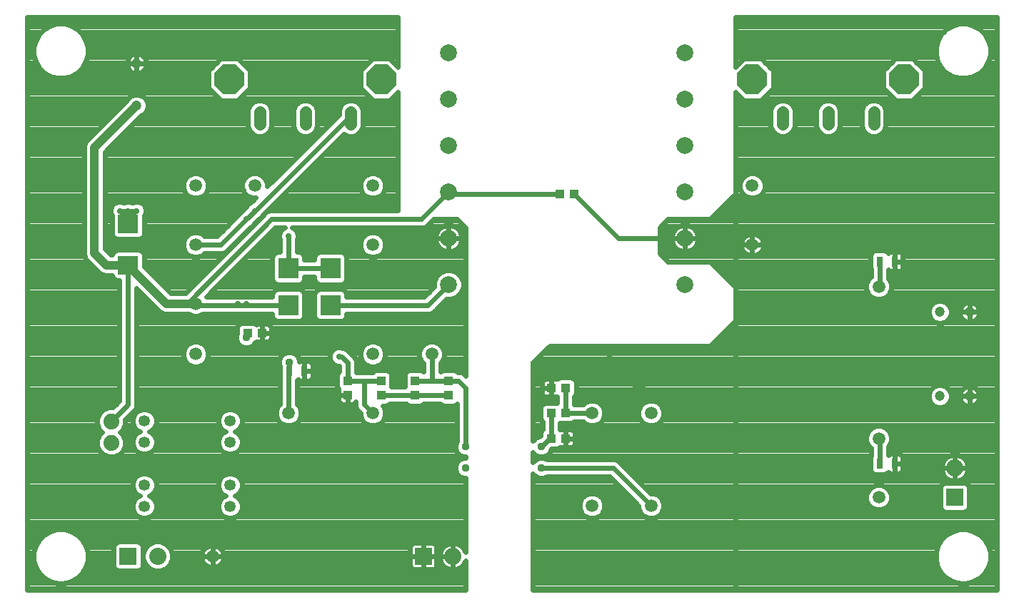
<source format=gbl>
G75*
G70*
%OFA0B0*%
%FSLAX24Y24*%
%IPPOS*%
%LPD*%
%AMOC8*
5,1,8,0,0,1.08239X$1,22.5*
%
%ADD10C,0.0787*%
%ADD11C,0.0551*%
%ADD12OC8,0.1384*%
%ADD13R,0.0800X0.0800*%
%ADD14C,0.0800*%
%ADD15C,0.0740*%
%ADD16R,0.0945X0.0866*%
%ADD17C,0.0531*%
%ADD18C,0.0472*%
%ADD19R,0.0945X0.0945*%
%ADD20R,0.0315X0.0472*%
%ADD21R,0.0433X0.0394*%
%ADD22C,0.0591*%
%ADD23R,0.0394X0.0433*%
%ADD24C,0.0376*%
%ADD25C,0.0240*%
%ADD26C,0.0290*%
%ADD27C,0.0400*%
D10*
X021762Y016742D03*
X021762Y018907D03*
X021762Y021072D03*
X021762Y023238D03*
X021762Y025403D03*
X021762Y027568D03*
X032786Y027568D03*
X032786Y025403D03*
X032786Y023238D03*
X032786Y021072D03*
X032786Y018907D03*
X032786Y016742D03*
D11*
X037352Y024242D02*
X037352Y024793D01*
X039478Y024793D02*
X039478Y024242D01*
X041604Y024242D02*
X041604Y024793D01*
X017195Y024793D02*
X017195Y024242D01*
X015069Y024242D02*
X015069Y024793D01*
X012943Y024793D02*
X012943Y024242D01*
D12*
X011526Y026328D03*
X018612Y026328D03*
X035935Y026328D03*
X043022Y026328D03*
D13*
X045384Y006801D03*
X020581Y004045D03*
X006801Y004045D03*
D14*
X008179Y004045D03*
X021959Y004045D03*
X045384Y008179D03*
D15*
X006014Y009344D03*
X006014Y010344D03*
D16*
X006801Y017646D03*
X006801Y019578D03*
D17*
X007557Y010375D03*
X007557Y009375D03*
X007557Y007375D03*
X007557Y006375D03*
X011557Y006375D03*
X011557Y007375D03*
X011557Y009375D03*
X011557Y010375D03*
D18*
X007195Y025108D03*
X007195Y027076D03*
X044695Y015462D03*
X046073Y015462D03*
X046073Y011525D03*
X044695Y011525D03*
D19*
X016250Y015777D03*
X014282Y015777D03*
X014282Y017509D03*
X016250Y017509D03*
D20*
X015030Y012706D03*
X014321Y012706D03*
X041880Y008375D03*
X042589Y008375D03*
X042589Y017824D03*
X041880Y017824D03*
D21*
X027608Y020974D03*
X026939Y020974D03*
X013041Y014478D03*
X012372Y014478D03*
X026545Y011919D03*
X027215Y011919D03*
X027215Y010738D03*
X026545Y010738D03*
X026545Y009557D03*
X027215Y009557D03*
D22*
X028455Y010738D03*
X031211Y010738D03*
X031211Y006407D03*
X028455Y006407D03*
X018219Y010738D03*
X018219Y013494D03*
X020974Y013494D03*
X014282Y010738D03*
X009951Y013494D03*
X009951Y015856D03*
X009951Y018612D03*
X009951Y021368D03*
X012707Y021368D03*
X018219Y021368D03*
X018219Y018612D03*
X035935Y018612D03*
X035935Y021368D03*
X041841Y016643D03*
X041841Y009557D03*
X041841Y006801D03*
X010738Y004045D03*
D23*
X017037Y011584D03*
X017037Y012253D03*
X018612Y012253D03*
X018612Y011584D03*
X020187Y011584D03*
X020187Y012253D03*
X021762Y012253D03*
X021762Y011584D03*
D24*
X022549Y009163D03*
X022549Y008179D03*
X026093Y008179D03*
X026093Y009163D03*
X014321Y013100D03*
X012313Y014281D03*
X039085Y007194D03*
D25*
X002077Y002470D02*
X002077Y029242D01*
X019400Y029242D01*
X019400Y026916D01*
X019015Y027300D01*
X018210Y027300D01*
X017640Y026731D01*
X017640Y025926D01*
X018210Y025356D01*
X019015Y025356D01*
X019400Y025741D01*
X019400Y020193D01*
X013574Y020193D01*
X013415Y020193D01*
X013268Y020132D01*
X009471Y016336D01*
X008790Y016336D01*
X007554Y017572D01*
X007554Y018134D01*
X007511Y018237D01*
X007432Y018316D01*
X007329Y018359D01*
X006273Y018359D01*
X006170Y018316D01*
X006091Y018237D01*
X006049Y018134D01*
X006049Y018125D01*
X005998Y018125D01*
X005706Y018417D01*
X005706Y022940D01*
X007400Y024634D01*
X007487Y024670D01*
X007633Y024815D01*
X007711Y025005D01*
X007711Y025210D01*
X007633Y025400D01*
X007487Y025545D01*
X007298Y025624D01*
X007092Y025624D01*
X006903Y025545D01*
X006757Y025400D01*
X006721Y025313D01*
X004955Y023546D01*
X004820Y023411D01*
X004746Y023235D01*
X004746Y018313D01*
X004746Y018122D01*
X004820Y017946D01*
X005392Y017374D01*
X005527Y017239D01*
X005703Y017166D01*
X006049Y017166D01*
X006049Y017157D01*
X006091Y017054D01*
X006170Y016975D01*
X006273Y016932D01*
X006401Y016932D01*
X006401Y011297D01*
X006098Y010994D01*
X005885Y010994D01*
X005646Y010895D01*
X005463Y010712D01*
X005364Y010473D01*
X005364Y010215D01*
X005463Y009976D01*
X005595Y009844D01*
X005463Y009712D01*
X005364Y009473D01*
X005364Y009215D01*
X005463Y008976D01*
X005646Y008793D01*
X005885Y008694D01*
X006143Y008694D01*
X006382Y008793D01*
X006565Y008976D01*
X006664Y009215D01*
X006664Y009473D01*
X006565Y009712D01*
X006433Y009844D01*
X006565Y009976D01*
X006664Y010215D01*
X006664Y010428D01*
X007028Y010792D01*
X007140Y010905D01*
X007201Y011052D01*
X007201Y016567D01*
X008184Y015584D01*
X008319Y015449D01*
X008496Y015376D01*
X009617Y015376D01*
X009625Y015368D01*
X009836Y015280D01*
X010065Y015280D01*
X010277Y015368D01*
X010284Y015375D01*
X010295Y015377D01*
X013529Y015377D01*
X013529Y015249D01*
X013572Y015146D01*
X013651Y015067D01*
X013753Y015025D01*
X014810Y015025D01*
X014913Y015067D01*
X014991Y015146D01*
X015034Y015249D01*
X015034Y016305D01*
X014991Y016408D01*
X014913Y016487D01*
X014810Y016529D01*
X013753Y016529D01*
X013651Y016487D01*
X013572Y016408D01*
X013529Y016305D01*
X013529Y016177D01*
X010444Y016177D01*
X013660Y019393D01*
X014106Y019393D01*
X014041Y019366D01*
X013921Y019246D01*
X013857Y019090D01*
X013857Y018921D01*
X013882Y018860D01*
X013882Y018262D01*
X013753Y018262D01*
X013651Y018219D01*
X013572Y018140D01*
X013529Y018037D01*
X013529Y016981D01*
X013572Y016878D01*
X013651Y016799D01*
X013753Y016757D01*
X014810Y016757D01*
X014913Y016799D01*
X014991Y016878D01*
X015034Y016981D01*
X015034Y017109D01*
X015498Y017109D01*
X015498Y016981D01*
X015540Y016878D01*
X015619Y016799D01*
X015722Y016757D01*
X016778Y016757D01*
X016881Y016799D01*
X016960Y016878D01*
X017002Y016981D01*
X017002Y018037D01*
X016960Y018140D01*
X016881Y018219D01*
X016778Y018262D01*
X015722Y018262D01*
X015619Y018219D01*
X015540Y018140D01*
X015498Y018037D01*
X015498Y017909D01*
X015034Y017909D01*
X015034Y018037D01*
X014991Y018140D01*
X014913Y018219D01*
X014810Y018262D01*
X014682Y018262D01*
X014682Y018860D01*
X014707Y018921D01*
X014707Y019090D01*
X014642Y019246D01*
X014522Y019366D01*
X014457Y019393D01*
X020403Y019393D01*
X020562Y019393D01*
X020709Y019454D01*
X021048Y019793D01*
X022156Y019793D01*
X022549Y019399D01*
X022549Y012484D01*
X022441Y012592D01*
X022294Y012653D01*
X022171Y012653D01*
X022117Y012707D01*
X022014Y012750D01*
X021509Y012750D01*
X021406Y012707D01*
X021374Y012675D01*
X021374Y013080D01*
X021462Y013168D01*
X021550Y013379D01*
X021550Y013608D01*
X021462Y013819D01*
X021300Y013981D01*
X021089Y014069D01*
X020860Y014069D01*
X020649Y013981D01*
X020487Y013819D01*
X020399Y013608D01*
X020399Y013379D01*
X020487Y013168D01*
X020574Y013080D01*
X020574Y012675D01*
X020543Y012707D01*
X020440Y012750D01*
X019935Y012750D01*
X019832Y012707D01*
X019753Y012629D01*
X019710Y012526D01*
X019710Y011984D01*
X019089Y011984D01*
X019089Y012526D01*
X019046Y012629D01*
X018968Y012707D01*
X018865Y012750D01*
X018360Y012750D01*
X018257Y012707D01*
X018203Y012653D01*
X017745Y012653D01*
X017447Y012653D01*
X017437Y012663D01*
X017437Y013179D01*
X017377Y013326D01*
X017264Y013439D01*
X016988Y013714D01*
X016841Y013775D01*
X016789Y013775D01*
X016728Y013800D01*
X016559Y013800D01*
X016403Y013736D01*
X016283Y013616D01*
X016219Y013460D01*
X016219Y013291D01*
X016283Y013135D01*
X016403Y013015D01*
X016559Y012950D01*
X016621Y012950D01*
X016637Y012934D01*
X016637Y012663D01*
X016603Y012629D01*
X016561Y012526D01*
X016561Y011981D01*
X016603Y011878D01*
X016627Y011854D01*
X016621Y011830D01*
X016621Y011584D01*
X016621Y011339D01*
X016636Y011283D01*
X016665Y011232D01*
X016706Y011191D01*
X016756Y011163D01*
X016812Y011148D01*
X017037Y011148D01*
X017037Y011584D01*
X016621Y011584D01*
X017037Y011584D01*
X017037Y011584D01*
X017038Y011584D01*
X017038Y011148D01*
X017263Y011148D01*
X017319Y011163D01*
X017369Y011191D01*
X017410Y011232D01*
X017425Y011258D01*
X017425Y011211D01*
X017425Y011052D01*
X017486Y010905D01*
X017643Y010747D01*
X017643Y010623D01*
X017731Y010412D01*
X017893Y010250D01*
X018104Y010162D01*
X018333Y010162D01*
X018544Y010250D01*
X018706Y010412D01*
X018794Y010623D01*
X018794Y010852D01*
X018706Y011063D01*
X018682Y011088D01*
X018865Y011088D01*
X018968Y011130D01*
X019022Y011184D01*
X019778Y011184D01*
X019832Y011130D01*
X019935Y011088D01*
X020440Y011088D01*
X020543Y011130D01*
X020596Y011184D01*
X021353Y011184D01*
X021406Y011130D01*
X021509Y011088D01*
X022014Y011088D01*
X022117Y011130D01*
X022149Y011162D01*
X022149Y009420D01*
X022081Y009256D01*
X022081Y009070D01*
X022152Y008898D01*
X022284Y008766D01*
X022456Y008695D01*
X022549Y008695D01*
X022549Y008647D01*
X022456Y008647D01*
X022284Y008575D01*
X022152Y008444D01*
X022081Y008272D01*
X022081Y008085D01*
X022152Y007913D01*
X022284Y007782D01*
X022456Y007710D01*
X022549Y007710D01*
X022549Y004233D01*
X022533Y004283D01*
X022489Y004370D01*
X022432Y004449D01*
X022363Y004518D01*
X022284Y004575D01*
X022197Y004619D01*
X022104Y004649D01*
X022008Y004665D01*
X021959Y004665D01*
X021959Y004045D01*
X021959Y004045D01*
X021959Y004665D01*
X021910Y004665D01*
X021814Y004649D01*
X021721Y004619D01*
X021634Y004575D01*
X021555Y004518D01*
X021486Y004449D01*
X021428Y004370D01*
X021384Y004283D01*
X021354Y004190D01*
X021339Y004094D01*
X021339Y004045D01*
X021958Y004045D01*
X021958Y004044D01*
X021959Y004044D02*
X021959Y004044D01*
X021959Y003425D01*
X022008Y003425D01*
X022104Y003440D01*
X022197Y003470D01*
X022284Y003514D01*
X022363Y003572D01*
X022432Y003641D01*
X022489Y003720D01*
X022533Y003807D01*
X022549Y003856D01*
X022549Y002470D01*
X002077Y002470D01*
X002077Y002553D02*
X022549Y002553D01*
X022549Y002792D02*
X003861Y002792D01*
X003818Y002780D02*
X004140Y002867D01*
X004428Y003033D01*
X004663Y003268D01*
X004830Y003557D01*
X004916Y003878D01*
X004916Y004211D01*
X004830Y004533D01*
X004663Y004821D01*
X004428Y005056D01*
X004140Y005223D01*
X003818Y005309D01*
X003485Y005309D01*
X003164Y005223D01*
X002875Y005056D01*
X002640Y004821D01*
X002474Y004533D01*
X002387Y004211D01*
X002387Y003878D01*
X002474Y003557D01*
X002640Y003268D01*
X002875Y003033D01*
X003164Y002867D01*
X003485Y002780D01*
X003818Y002780D01*
X003443Y002792D02*
X002077Y002792D01*
X002077Y003030D02*
X002880Y003030D01*
X002640Y003269D02*
X002077Y003269D01*
X002077Y003507D02*
X002502Y003507D01*
X002423Y003746D02*
X002077Y003746D01*
X002077Y003985D02*
X002387Y003985D01*
X002391Y004223D02*
X002077Y004223D01*
X002077Y004462D02*
X002455Y004462D01*
X002570Y004700D02*
X002077Y004700D01*
X002077Y004939D02*
X002758Y004939D01*
X003085Y005177D02*
X002077Y005177D01*
X002077Y005416D02*
X022549Y005416D01*
X022549Y005654D02*
X002077Y005654D01*
X002077Y005893D02*
X007296Y005893D01*
X007248Y005913D02*
X007449Y005830D01*
X007666Y005830D01*
X007866Y005913D01*
X008020Y006066D01*
X008103Y006267D01*
X008103Y006484D01*
X008020Y006684D01*
X007866Y006838D01*
X007775Y006875D01*
X007866Y006913D01*
X008020Y007066D01*
X008103Y007267D01*
X008103Y007484D01*
X008020Y007684D01*
X007866Y007838D01*
X007666Y007921D01*
X007449Y007921D01*
X007248Y007838D01*
X007095Y007684D01*
X007012Y007484D01*
X007012Y007267D01*
X007095Y007066D01*
X007248Y006913D01*
X007339Y006875D01*
X007248Y006838D01*
X007095Y006684D01*
X007012Y006484D01*
X007012Y006267D01*
X007095Y006066D01*
X007248Y005913D01*
X007068Y006131D02*
X002077Y006131D01*
X002077Y006370D02*
X007012Y006370D01*
X007063Y006609D02*
X002077Y006609D01*
X002077Y006847D02*
X007270Y006847D01*
X007087Y007086D02*
X002077Y007086D01*
X002077Y007324D02*
X007012Y007324D01*
X007044Y007563D02*
X002077Y007563D01*
X002077Y007801D02*
X007212Y007801D01*
X007903Y007801D02*
X011212Y007801D01*
X011248Y007838D02*
X011095Y007684D01*
X011012Y007484D01*
X011012Y007267D01*
X011095Y007066D01*
X011248Y006913D01*
X011339Y006875D01*
X011248Y006838D01*
X011095Y006684D01*
X011012Y006484D01*
X011012Y006267D01*
X011095Y006066D01*
X011248Y005913D01*
X011449Y005830D01*
X011666Y005830D01*
X011866Y005913D01*
X012020Y006066D01*
X012103Y006267D01*
X012103Y006484D01*
X012020Y006684D01*
X011866Y006838D01*
X011775Y006875D01*
X011866Y006913D01*
X012020Y007066D01*
X012103Y007267D01*
X012103Y007484D01*
X012020Y007684D01*
X011866Y007838D01*
X011666Y007921D01*
X011449Y007921D01*
X011248Y007838D01*
X011044Y007563D02*
X008070Y007563D01*
X008103Y007324D02*
X011012Y007324D01*
X011087Y007086D02*
X008028Y007086D01*
X007844Y006847D02*
X011270Y006847D01*
X011063Y006609D02*
X008051Y006609D01*
X008103Y006370D02*
X011012Y006370D01*
X011068Y006131D02*
X008047Y006131D01*
X007818Y005893D02*
X011296Y005893D01*
X011818Y005893D02*
X022549Y005893D01*
X022549Y006131D02*
X012047Y006131D01*
X012103Y006370D02*
X022549Y006370D01*
X022549Y006609D02*
X012051Y006609D01*
X011844Y006847D02*
X022549Y006847D01*
X022549Y007086D02*
X012028Y007086D01*
X012103Y007324D02*
X022549Y007324D01*
X022549Y007563D02*
X012070Y007563D01*
X011903Y007801D02*
X022265Y007801D01*
X022100Y008040D02*
X002077Y008040D01*
X002077Y008278D02*
X022084Y008278D01*
X022226Y008517D02*
X002077Y008517D01*
X002077Y008755D02*
X005736Y008755D01*
X005455Y008994D02*
X002077Y008994D01*
X002077Y009233D02*
X005364Y009233D01*
X005364Y009471D02*
X002077Y009471D01*
X002077Y009710D02*
X005462Y009710D01*
X005490Y009948D02*
X002077Y009948D01*
X002077Y010187D02*
X005375Y010187D01*
X005364Y010425D02*
X002077Y010425D01*
X002077Y010664D02*
X005443Y010664D01*
X005663Y010902D02*
X002077Y010902D01*
X002077Y011141D02*
X006245Y011141D01*
X006401Y011379D02*
X002077Y011379D01*
X002077Y011618D02*
X006401Y011618D01*
X006401Y011856D02*
X002077Y011856D01*
X002077Y012095D02*
X006401Y012095D01*
X006401Y012334D02*
X002077Y012334D01*
X002077Y012572D02*
X006401Y012572D01*
X006401Y012811D02*
X002077Y012811D01*
X002077Y013049D02*
X006401Y013049D01*
X006401Y013288D02*
X002077Y013288D01*
X002077Y013526D02*
X006401Y013526D01*
X006401Y013765D02*
X002077Y013765D01*
X002077Y014003D02*
X006401Y014003D01*
X006401Y014242D02*
X002077Y014242D01*
X002077Y014480D02*
X006401Y014480D01*
X006401Y014719D02*
X002077Y014719D01*
X002077Y014958D02*
X006401Y014958D01*
X006401Y015196D02*
X002077Y015196D01*
X002077Y015435D02*
X006401Y015435D01*
X006401Y015673D02*
X002077Y015673D01*
X002077Y015912D02*
X006401Y015912D01*
X006401Y016150D02*
X002077Y016150D01*
X002077Y016389D02*
X006401Y016389D01*
X006401Y016627D02*
X002077Y016627D01*
X002077Y016866D02*
X006401Y016866D01*
X006070Y017104D02*
X002077Y017104D01*
X002077Y017343D02*
X005423Y017343D01*
X005184Y017582D02*
X002077Y017582D01*
X002077Y017820D02*
X004945Y017820D01*
X004773Y018059D02*
X002077Y018059D01*
X002077Y018297D02*
X004746Y018297D01*
X004746Y018536D02*
X002077Y018536D01*
X002077Y018774D02*
X004746Y018774D01*
X004746Y019013D02*
X002077Y019013D01*
X002077Y019251D02*
X004746Y019251D01*
X004746Y019490D02*
X002077Y019490D01*
X002077Y019728D02*
X004746Y019728D01*
X004746Y019967D02*
X002077Y019967D01*
X002077Y020206D02*
X004746Y020206D01*
X004746Y020444D02*
X002077Y020444D01*
X002077Y020683D02*
X004746Y020683D01*
X004746Y020921D02*
X002077Y020921D01*
X002077Y021160D02*
X004746Y021160D01*
X004746Y021398D02*
X002077Y021398D01*
X002077Y021637D02*
X004746Y021637D01*
X004746Y021875D02*
X002077Y021875D01*
X002077Y022114D02*
X004746Y022114D01*
X004746Y022352D02*
X002077Y022352D01*
X002077Y022591D02*
X004746Y022591D01*
X004746Y022829D02*
X002077Y022829D01*
X002077Y023068D02*
X004746Y023068D01*
X004776Y023307D02*
X002077Y023307D01*
X002077Y023545D02*
X004954Y023545D01*
X005192Y023784D02*
X002077Y023784D01*
X002077Y024022D02*
X005431Y024022D01*
X005669Y024261D02*
X002077Y024261D01*
X002077Y024499D02*
X005908Y024499D01*
X006146Y024738D02*
X002077Y024738D01*
X002077Y024976D02*
X006385Y024976D01*
X006623Y025215D02*
X002077Y025215D01*
X002077Y025453D02*
X006811Y025453D01*
X007579Y025453D02*
X011026Y025453D01*
X011123Y025356D02*
X011928Y025356D01*
X012498Y025926D01*
X012498Y026731D01*
X011928Y027300D01*
X011123Y027300D01*
X010554Y026731D01*
X010554Y025926D01*
X011123Y025356D01*
X010787Y025692D02*
X002077Y025692D01*
X002077Y025931D02*
X010554Y025931D01*
X010554Y026169D02*
X002077Y026169D01*
X002077Y026408D02*
X003466Y026408D01*
X003485Y026403D02*
X003818Y026403D01*
X004140Y026489D01*
X004428Y026655D01*
X004663Y026890D01*
X004830Y027179D01*
X004916Y027500D01*
X004916Y027833D01*
X004830Y028155D01*
X004663Y028443D01*
X004428Y028678D01*
X004140Y028845D01*
X003818Y028931D01*
X003485Y028931D01*
X003164Y028845D01*
X002875Y028678D01*
X002640Y028443D01*
X002474Y028155D01*
X002387Y027833D01*
X002387Y027500D01*
X002474Y027179D01*
X002640Y026890D01*
X002875Y026655D01*
X003164Y026489D01*
X003485Y026403D01*
X003837Y026408D02*
X010554Y026408D01*
X010554Y026646D02*
X007348Y026646D01*
X007370Y026653D02*
X007434Y026686D01*
X007492Y026728D01*
X007543Y026779D01*
X007585Y026837D01*
X007618Y026901D01*
X007640Y026969D01*
X007651Y027040D01*
X007651Y027076D01*
X007195Y027076D01*
X007195Y026620D01*
X007231Y026620D01*
X007302Y026631D01*
X007370Y026653D01*
X007195Y026646D02*
X007195Y026646D01*
X007195Y026620D02*
X007195Y027076D01*
X007195Y027076D01*
X007195Y027076D01*
X006739Y027076D01*
X006739Y027040D01*
X006750Y026969D01*
X006772Y026901D01*
X006805Y026837D01*
X006847Y026779D01*
X006898Y026728D01*
X006956Y026686D01*
X007020Y026653D01*
X007088Y026631D01*
X007159Y026620D01*
X007195Y026620D01*
X007042Y026646D02*
X004412Y026646D01*
X004658Y026885D02*
X006780Y026885D01*
X006739Y027076D02*
X007195Y027076D01*
X007195Y027076D01*
X007651Y027076D01*
X007651Y027112D01*
X007640Y027183D01*
X007618Y027251D01*
X007585Y027315D01*
X007543Y027373D01*
X007492Y027424D01*
X007434Y027466D01*
X007370Y027499D01*
X007302Y027521D01*
X007231Y027532D01*
X007195Y027532D01*
X007195Y027077D01*
X007195Y027077D01*
X007195Y027532D01*
X007159Y027532D01*
X007088Y027521D01*
X007020Y027499D01*
X006956Y027466D01*
X006898Y027424D01*
X006847Y027373D01*
X006805Y027315D01*
X006772Y027251D01*
X006750Y027183D01*
X006739Y027112D01*
X006739Y027076D01*
X006741Y027123D02*
X004798Y027123D01*
X004879Y027362D02*
X006839Y027362D01*
X007195Y027362D02*
X007195Y027362D01*
X007195Y027123D02*
X007195Y027123D01*
X007195Y026885D02*
X007195Y026885D01*
X007609Y026885D02*
X010707Y026885D01*
X010946Y027123D02*
X007649Y027123D01*
X007551Y027362D02*
X019400Y027362D01*
X019400Y027600D02*
X004916Y027600D01*
X004914Y027839D02*
X019400Y027839D01*
X019400Y028077D02*
X004850Y028077D01*
X004737Y028316D02*
X019400Y028316D01*
X019400Y028555D02*
X004552Y028555D01*
X004229Y028793D02*
X019400Y028793D01*
X019400Y029032D02*
X002077Y029032D01*
X002077Y028793D02*
X003074Y028793D01*
X002751Y028555D02*
X002077Y028555D01*
X002077Y028316D02*
X002567Y028316D01*
X002453Y028077D02*
X002077Y028077D01*
X002077Y027839D02*
X002389Y027839D01*
X002387Y027600D02*
X002077Y027600D01*
X002077Y027362D02*
X002424Y027362D01*
X002506Y027123D02*
X002077Y027123D01*
X002077Y026885D02*
X002646Y026885D01*
X002891Y026646D02*
X002077Y026646D01*
X006311Y023545D02*
X015500Y023545D01*
X015384Y023771D02*
X015540Y023927D01*
X015625Y024131D01*
X015625Y024903D01*
X015540Y025107D01*
X015384Y025264D01*
X015179Y025348D01*
X014958Y025348D01*
X014754Y025264D01*
X014598Y025107D01*
X014513Y024903D01*
X014513Y024131D01*
X014598Y023927D01*
X014754Y023771D01*
X014958Y023686D01*
X015179Y023686D01*
X015384Y023771D01*
X015397Y023784D02*
X015738Y023784D01*
X015579Y024022D02*
X015977Y024022D01*
X016215Y024261D02*
X015625Y024261D01*
X015625Y024499D02*
X016454Y024499D01*
X016639Y024685D02*
X013282Y021327D01*
X013282Y021482D01*
X013194Y021693D01*
X013033Y021855D01*
X012821Y021943D01*
X012592Y021943D01*
X012381Y021855D01*
X012219Y021693D01*
X012131Y021482D01*
X012131Y021253D01*
X012219Y021042D01*
X012381Y020880D01*
X012592Y020792D01*
X012747Y020792D01*
X012526Y020572D01*
X012466Y020547D01*
X012346Y020427D01*
X012321Y020367D01*
X012133Y020178D01*
X012072Y020153D01*
X011953Y020033D01*
X011928Y019973D01*
X010966Y019012D01*
X010364Y019012D01*
X010277Y019099D01*
X010065Y019187D01*
X009836Y019187D01*
X009625Y019099D01*
X009463Y018937D01*
X009376Y018726D01*
X009376Y018497D01*
X009463Y018286D01*
X009625Y018124D01*
X009836Y018036D01*
X010065Y018036D01*
X010277Y018124D01*
X010364Y018212D01*
X011052Y018212D01*
X011212Y018212D01*
X011359Y018273D01*
X012493Y019407D01*
X012554Y019432D01*
X012673Y019552D01*
X012698Y019612D01*
X012887Y019801D01*
X012947Y019826D01*
X013067Y019946D01*
X013092Y020006D01*
X016868Y023782D01*
X016880Y023771D01*
X017084Y023686D01*
X017305Y023686D01*
X017510Y023771D01*
X017666Y023927D01*
X017751Y024131D01*
X017751Y024903D01*
X017666Y025107D01*
X017510Y025264D01*
X017305Y025348D01*
X017084Y025348D01*
X016880Y025264D01*
X016724Y025107D01*
X016639Y024903D01*
X016639Y024685D01*
X016639Y024738D02*
X015625Y024738D01*
X015594Y024976D02*
X016670Y024976D01*
X016831Y025215D02*
X015432Y025215D01*
X014705Y025215D02*
X013306Y025215D01*
X013258Y025264D02*
X013054Y025348D01*
X012832Y025348D01*
X012628Y025264D01*
X012472Y025107D01*
X012387Y024903D01*
X012387Y024131D01*
X012472Y023927D01*
X012628Y023771D01*
X012832Y023686D01*
X013054Y023686D01*
X013258Y023771D01*
X013414Y023927D01*
X013499Y024131D01*
X013499Y024903D01*
X013414Y025107D01*
X013258Y025264D01*
X013468Y024976D02*
X014544Y024976D01*
X014513Y024738D02*
X013499Y024738D01*
X013499Y024499D02*
X014513Y024499D01*
X014513Y024261D02*
X013499Y024261D01*
X013453Y024022D02*
X014558Y024022D01*
X014741Y023784D02*
X013271Y023784D01*
X012615Y023784D02*
X006550Y023784D01*
X006788Y024022D02*
X012432Y024022D01*
X012387Y024261D02*
X007027Y024261D01*
X007265Y024499D02*
X012387Y024499D01*
X012387Y024738D02*
X007555Y024738D01*
X007699Y024976D02*
X012418Y024976D01*
X012579Y025215D02*
X007709Y025215D01*
X006073Y023307D02*
X015261Y023307D01*
X015023Y023068D02*
X005834Y023068D01*
X005706Y022829D02*
X014784Y022829D01*
X014546Y022591D02*
X005706Y022591D01*
X005706Y022352D02*
X014307Y022352D01*
X014069Y022114D02*
X005706Y022114D01*
X005706Y021875D02*
X009674Y021875D01*
X009625Y021855D02*
X009463Y021693D01*
X009376Y021482D01*
X009376Y021253D01*
X009463Y021042D01*
X009625Y020880D01*
X009836Y020792D01*
X010065Y020792D01*
X010277Y020880D01*
X010439Y021042D01*
X010526Y021253D01*
X010526Y021482D01*
X010439Y021693D01*
X010277Y021855D01*
X010065Y021943D01*
X009836Y021943D01*
X009625Y021855D01*
X009440Y021637D02*
X005706Y021637D01*
X005706Y021398D02*
X009376Y021398D01*
X009414Y021160D02*
X005706Y021160D01*
X005706Y020921D02*
X009584Y020921D01*
X010318Y020921D02*
X012340Y020921D01*
X012170Y021160D02*
X010487Y021160D01*
X010526Y021398D02*
X012131Y021398D01*
X012196Y021637D02*
X010462Y021637D01*
X010228Y021875D02*
X012429Y021875D01*
X012984Y021875D02*
X013830Y021875D01*
X013591Y021637D02*
X013218Y021637D01*
X013282Y021398D02*
X013353Y021398D01*
X014007Y020921D02*
X017851Y020921D01*
X017893Y020880D02*
X018104Y020792D01*
X018333Y020792D01*
X018544Y020880D01*
X018706Y021042D01*
X018794Y021253D01*
X018794Y021482D01*
X018706Y021693D01*
X018544Y021855D01*
X018333Y021943D01*
X018104Y021943D01*
X017893Y021855D01*
X017731Y021693D01*
X017643Y021482D01*
X017643Y021253D01*
X017731Y021042D01*
X017893Y020880D01*
X017682Y021160D02*
X014246Y021160D01*
X014484Y021398D02*
X017643Y021398D01*
X017707Y021637D02*
X014723Y021637D01*
X014961Y021875D02*
X017941Y021875D01*
X018496Y021875D02*
X019400Y021875D01*
X019400Y021637D02*
X018730Y021637D01*
X018794Y021398D02*
X019400Y021398D01*
X019400Y021160D02*
X018755Y021160D01*
X018586Y020921D02*
X019400Y020921D01*
X019400Y020683D02*
X013769Y020683D01*
X013530Y020444D02*
X019400Y020444D01*
X019400Y020206D02*
X013291Y020206D01*
X013103Y019967D02*
X013076Y019967D01*
X012864Y019728D02*
X012814Y019728D01*
X012626Y019490D02*
X012611Y019490D01*
X012387Y019251D02*
X012337Y019251D01*
X012149Y019013D02*
X012099Y019013D01*
X011910Y018774D02*
X011860Y018774D01*
X011671Y018536D02*
X011622Y018536D01*
X011433Y018297D02*
X011383Y018297D01*
X011194Y018059D02*
X010119Y018059D01*
X009783Y018059D02*
X007554Y018059D01*
X007554Y017820D02*
X010956Y017820D01*
X010717Y017582D02*
X007554Y017582D01*
X007783Y017343D02*
X010479Y017343D01*
X010240Y017104D02*
X008021Y017104D01*
X008260Y016866D02*
X010002Y016866D01*
X009763Y016627D02*
X008498Y016627D01*
X008737Y016389D02*
X009525Y016389D01*
X009736Y016034D02*
X013494Y019793D01*
X020482Y019793D01*
X021762Y021072D01*
X021860Y020974D01*
X026939Y020974D01*
X027608Y020974D02*
X029675Y018907D01*
X032786Y018907D01*
X033399Y018907D01*
X033399Y018955D01*
X033384Y019051D01*
X033354Y019142D01*
X033310Y019229D01*
X033254Y019307D01*
X033185Y019375D01*
X033107Y019432D01*
X033021Y019476D01*
X032929Y019505D01*
X032834Y019521D01*
X032786Y019521D01*
X032786Y018907D01*
X032786Y018907D01*
X033399Y018907D01*
X033399Y018859D01*
X033384Y018763D01*
X033354Y018671D01*
X033310Y018585D01*
X033254Y018507D01*
X033185Y018439D01*
X033107Y018382D01*
X033021Y018338D01*
X032929Y018308D01*
X032834Y018293D01*
X032786Y018293D01*
X032786Y018906D01*
X032785Y018906D01*
X032785Y018293D01*
X032737Y018293D01*
X032642Y018308D01*
X032550Y018338D01*
X032464Y018382D01*
X032386Y018439D01*
X032317Y018507D01*
X032261Y018585D01*
X032217Y018671D01*
X032187Y018763D01*
X032172Y018859D01*
X032172Y018907D01*
X032785Y018907D01*
X032785Y018907D01*
X032172Y018907D01*
X032172Y018955D01*
X032187Y019051D01*
X032217Y019142D01*
X032261Y019229D01*
X032317Y019307D01*
X032386Y019375D01*
X032464Y019432D01*
X032550Y019476D01*
X032642Y019505D01*
X032737Y019521D01*
X032785Y019521D01*
X032785Y018907D01*
X032786Y018907D01*
X032785Y019013D02*
X032786Y019013D01*
X032785Y019251D02*
X032786Y019251D01*
X032785Y019490D02*
X032786Y019490D01*
X032977Y019490D02*
X035148Y019490D01*
X047352Y019490D01*
X047352Y019728D02*
X035148Y019728D01*
X031934Y019728D01*
X031998Y019793D02*
X033967Y019793D01*
X035148Y020974D01*
X035148Y016643D01*
X033967Y017824D01*
X031998Y017824D01*
X031604Y018218D01*
X031604Y019399D01*
X031998Y019793D01*
X031695Y019490D02*
X032594Y019490D01*
X032277Y019251D02*
X031604Y019251D01*
X031604Y019013D02*
X032181Y019013D01*
X032185Y018774D02*
X031604Y018774D01*
X031604Y018536D02*
X032297Y018536D01*
X032712Y018297D02*
X031604Y018297D01*
X031764Y018059D02*
X035148Y018059D01*
X041443Y018059D01*
X041443Y018116D02*
X041443Y017532D01*
X041480Y017442D01*
X041480Y017096D01*
X041353Y016969D01*
X041265Y016758D01*
X041265Y016529D01*
X041353Y016317D01*
X041515Y016155D01*
X041726Y016068D01*
X041955Y016068D01*
X042166Y016155D01*
X042328Y016317D01*
X042416Y016529D01*
X042416Y016758D01*
X042328Y016969D01*
X042280Y017017D01*
X042280Y017428D01*
X042296Y017412D01*
X042346Y017383D01*
X042402Y017368D01*
X042588Y017368D01*
X042588Y017824D01*
X042589Y017824D01*
X042589Y017824D01*
X042966Y017824D01*
X042966Y017559D01*
X042951Y017503D01*
X042922Y017453D01*
X042881Y017412D01*
X042831Y017383D01*
X042775Y017368D01*
X042589Y017368D01*
X042589Y017824D01*
X042966Y017824D01*
X042966Y018089D01*
X042951Y018145D01*
X042922Y018196D01*
X042881Y018236D01*
X042831Y018265D01*
X042775Y018280D01*
X042589Y018280D01*
X042589Y017825D01*
X042588Y017825D01*
X042588Y018280D01*
X042402Y018280D01*
X042346Y018265D01*
X042296Y018236D01*
X042276Y018216D01*
X042275Y018219D01*
X042196Y018298D01*
X042093Y018340D01*
X041667Y018340D01*
X041564Y018298D01*
X041485Y018219D01*
X041443Y018116D01*
X041563Y018297D02*
X036344Y018297D01*
X036328Y018276D02*
X036376Y018342D01*
X036413Y018414D01*
X036438Y018491D01*
X036450Y018571D01*
X036450Y018611D01*
X035936Y018611D01*
X035936Y018612D01*
X036450Y018612D01*
X036450Y018652D01*
X036438Y018732D01*
X036413Y018809D01*
X036376Y018882D01*
X036328Y018947D01*
X036271Y019005D01*
X036205Y019052D01*
X036133Y019089D01*
X036056Y019114D01*
X035976Y019127D01*
X035935Y019127D01*
X035895Y019127D01*
X035814Y019114D01*
X035737Y019089D01*
X035665Y019052D01*
X035599Y019005D01*
X035542Y018947D01*
X035494Y018882D01*
X035458Y018809D01*
X035433Y018732D01*
X035420Y018652D01*
X035420Y018612D01*
X035935Y018612D01*
X035935Y019127D01*
X035935Y018612D01*
X035935Y018612D01*
X035935Y018611D01*
X035935Y018611D01*
X035935Y018096D01*
X035895Y018096D01*
X035814Y018109D01*
X035737Y018134D01*
X035665Y018171D01*
X035599Y018219D01*
X035542Y018276D01*
X035494Y018342D01*
X035458Y018414D01*
X035433Y018491D01*
X035420Y018571D01*
X035420Y018611D01*
X035935Y018611D01*
X035935Y018096D01*
X035976Y018096D01*
X036056Y018109D01*
X036133Y018134D01*
X036205Y018171D01*
X036271Y018219D01*
X036328Y018276D01*
X036445Y018536D02*
X047352Y018536D01*
X047352Y018774D02*
X036424Y018774D01*
X036260Y019013D02*
X047352Y019013D01*
X047352Y019251D02*
X035148Y019251D01*
X033294Y019251D01*
X033390Y019013D02*
X035148Y019013D01*
X035611Y019013D01*
X035446Y018774D02*
X035148Y018774D01*
X033386Y018774D01*
X033274Y018536D02*
X035148Y018536D01*
X035425Y018536D01*
X035527Y018297D02*
X035148Y018297D01*
X032859Y018297D01*
X032786Y018297D02*
X032785Y018297D01*
X032785Y018536D02*
X032786Y018536D01*
X032785Y018774D02*
X032786Y018774D01*
X033971Y017820D02*
X035148Y017820D01*
X041443Y017820D01*
X041443Y017582D02*
X035148Y017582D01*
X034209Y017582D01*
X034448Y017343D02*
X035148Y017343D01*
X041480Y017343D01*
X041480Y017104D02*
X035148Y017104D01*
X034686Y017104D01*
X034925Y016866D02*
X035148Y016866D01*
X041310Y016866D01*
X041265Y016627D02*
X035148Y016627D01*
X035148Y016389D02*
X041323Y016389D01*
X041527Y016150D02*
X035148Y016150D01*
X035148Y015912D02*
X044432Y015912D01*
X044403Y015900D02*
X044257Y015754D01*
X044179Y015565D01*
X044179Y015359D01*
X044257Y015170D01*
X044403Y015024D01*
X044592Y014946D01*
X044798Y014946D01*
X044987Y015024D01*
X045133Y015170D01*
X045211Y015359D01*
X045211Y015565D01*
X045133Y015754D01*
X044987Y015900D01*
X044798Y015978D01*
X044592Y015978D01*
X044403Y015900D01*
X044224Y015673D02*
X035148Y015673D01*
X035148Y015435D02*
X044179Y015435D01*
X044246Y015196D02*
X035148Y015196D01*
X035148Y015068D02*
X035148Y002470D01*
X025699Y002470D01*
X025699Y007910D01*
X025827Y007782D01*
X025999Y007710D01*
X026186Y007710D01*
X026350Y007779D01*
X029273Y007779D01*
X030635Y006416D01*
X030635Y006292D01*
X030723Y006081D01*
X030885Y005919D01*
X031096Y005832D01*
X031325Y005832D01*
X031537Y005919D01*
X031698Y006081D01*
X031786Y006292D01*
X031786Y006521D01*
X031698Y006733D01*
X031537Y006895D01*
X031325Y006982D01*
X031201Y006982D01*
X029666Y008518D01*
X029519Y008579D01*
X029359Y008579D01*
X026350Y008579D01*
X026186Y008647D01*
X025999Y008647D01*
X025827Y008575D01*
X025699Y008447D01*
X025699Y008895D01*
X025827Y008766D01*
X025999Y008695D01*
X026186Y008695D01*
X026358Y008766D01*
X026489Y008898D01*
X026557Y009062D01*
X026575Y009080D01*
X026818Y009080D01*
X026920Y009122D01*
X026944Y009146D01*
X026969Y009140D01*
X027214Y009140D01*
X027214Y009556D01*
X027215Y009556D01*
X027215Y009140D01*
X027460Y009140D01*
X027516Y009155D01*
X027566Y009184D01*
X027607Y009225D01*
X027636Y009275D01*
X027651Y009331D01*
X027651Y009556D01*
X027215Y009556D01*
X027215Y009557D01*
X027214Y009557D01*
X027214Y009973D01*
X026969Y009973D01*
X026945Y009967D01*
X026945Y010261D01*
X027487Y010261D01*
X027590Y010303D01*
X027624Y010338D01*
X028041Y010338D01*
X028129Y010250D01*
X028340Y010162D01*
X028569Y010162D01*
X028781Y010250D01*
X028942Y010412D01*
X029030Y010623D01*
X029030Y010852D01*
X028942Y011063D01*
X028781Y011225D01*
X028569Y011313D01*
X028340Y011313D01*
X028129Y011225D01*
X028041Y011138D01*
X027624Y011138D01*
X027615Y011147D01*
X027615Y011509D01*
X027669Y011563D01*
X027711Y011666D01*
X027711Y012171D01*
X027669Y012274D01*
X027590Y012353D01*
X027487Y012396D01*
X026942Y012396D01*
X026839Y012353D01*
X026816Y012329D01*
X026791Y012336D01*
X026546Y012336D01*
X026546Y011919D01*
X026545Y011919D01*
X026545Y011919D01*
X026109Y011919D01*
X026109Y012145D01*
X026124Y012201D01*
X026153Y012251D01*
X026194Y012292D01*
X026244Y012321D01*
X026300Y012336D01*
X026545Y012336D01*
X026545Y011919D01*
X026109Y011919D01*
X026109Y011693D01*
X026124Y011637D01*
X026153Y011587D01*
X026194Y011546D01*
X026244Y011517D01*
X026300Y011502D01*
X026545Y011502D01*
X026545Y011918D01*
X026546Y011918D01*
X026546Y011502D01*
X026791Y011502D01*
X026815Y011508D01*
X026815Y011214D01*
X026273Y011214D01*
X026170Y011172D01*
X026091Y011093D01*
X026049Y010990D01*
X026049Y010485D01*
X026091Y010382D01*
X026145Y010328D01*
X026145Y009966D01*
X026091Y009912D01*
X026049Y009809D01*
X026049Y009685D01*
X025992Y009628D01*
X025827Y009560D01*
X025699Y009431D01*
X025699Y013100D01*
X026486Y013887D01*
X033967Y013887D01*
X035148Y015068D01*
X035148Y014958D02*
X035037Y014958D01*
X035148Y014958D02*
X044564Y014958D01*
X044826Y014958D02*
X047352Y014958D01*
X047352Y015196D02*
X046444Y015196D01*
X046463Y015223D02*
X046496Y015287D01*
X046518Y015355D01*
X046529Y015426D01*
X046529Y015462D01*
X046529Y015498D01*
X046518Y015569D01*
X046496Y015637D01*
X046463Y015701D01*
X046421Y015759D01*
X046370Y015810D01*
X046312Y015852D01*
X046248Y015885D01*
X046180Y015907D01*
X046109Y015918D01*
X046073Y015918D01*
X046073Y015462D01*
X046529Y015462D01*
X046073Y015462D01*
X046073Y015462D01*
X046073Y015006D01*
X046109Y015006D01*
X046180Y015017D01*
X046248Y015039D01*
X046312Y015072D01*
X046370Y015114D01*
X046421Y015165D01*
X046463Y015223D01*
X046529Y015435D02*
X047352Y015435D01*
X047352Y015673D02*
X046477Y015673D01*
X046073Y015673D02*
X046073Y015673D01*
X046073Y015462D02*
X046073Y015918D01*
X046037Y015918D01*
X045966Y015907D01*
X045898Y015885D01*
X045834Y015852D01*
X045776Y015810D01*
X045725Y015759D01*
X045683Y015701D01*
X045650Y015637D01*
X045628Y015569D01*
X045617Y015498D01*
X045617Y015462D01*
X045617Y015426D01*
X045628Y015355D01*
X045650Y015287D01*
X045683Y015223D01*
X045725Y015165D01*
X045776Y015114D01*
X045834Y015072D01*
X045898Y015039D01*
X045966Y015017D01*
X046037Y015006D01*
X046073Y015006D01*
X046073Y015462D01*
X046073Y015462D01*
X046073Y015462D01*
X046072Y015462D02*
X045617Y015462D01*
X046072Y015462D01*
X046072Y015462D01*
X046073Y015435D02*
X046073Y015435D01*
X046073Y015196D02*
X046073Y015196D01*
X045702Y015196D02*
X045144Y015196D01*
X045211Y015435D02*
X045617Y015435D01*
X045669Y015673D02*
X045166Y015673D01*
X044958Y015912D02*
X045996Y015912D01*
X046073Y015912D02*
X046073Y015912D01*
X046150Y015912D02*
X047352Y015912D01*
X047352Y016150D02*
X042154Y016150D01*
X042358Y016389D02*
X047352Y016389D01*
X047352Y016627D02*
X042416Y016627D01*
X042371Y016866D02*
X047352Y016866D01*
X047352Y017104D02*
X042280Y017104D01*
X042280Y017343D02*
X047352Y017343D01*
X047352Y017582D02*
X042966Y017582D01*
X042966Y017820D02*
X047352Y017820D01*
X047352Y018059D02*
X042966Y018059D01*
X042589Y018059D02*
X042588Y018059D01*
X042588Y017820D02*
X042589Y017820D01*
X042588Y017582D02*
X042589Y017582D01*
X041880Y017824D02*
X041880Y016683D01*
X041841Y016643D01*
X042197Y018297D02*
X047352Y018297D01*
X047352Y019967D02*
X035148Y019967D01*
X034141Y019967D01*
X034379Y020206D02*
X035148Y020206D01*
X047352Y020206D01*
X047352Y020444D02*
X035148Y020444D01*
X034618Y020444D01*
X034856Y020683D02*
X035148Y020683D01*
X047352Y020683D01*
X047352Y020921D02*
X036302Y020921D01*
X036261Y020880D02*
X036423Y021042D01*
X036510Y021253D01*
X036510Y021482D01*
X036423Y021693D01*
X036261Y021855D01*
X036050Y021943D01*
X035821Y021943D01*
X035609Y021855D01*
X035447Y021693D01*
X035360Y021482D01*
X035360Y021253D01*
X035447Y021042D01*
X035609Y020880D01*
X035821Y020792D01*
X036050Y020792D01*
X036261Y020880D01*
X036472Y021160D02*
X047352Y021160D01*
X047352Y021398D02*
X036510Y021398D01*
X036446Y021637D02*
X047352Y021637D01*
X047352Y021875D02*
X036212Y021875D01*
X035658Y021875D02*
X035148Y021875D01*
X035148Y021637D02*
X035424Y021637D01*
X035360Y021398D02*
X035148Y021398D01*
X035148Y021160D02*
X035399Y021160D01*
X035568Y020921D02*
X035148Y020921D01*
X035095Y020921D01*
X035148Y022114D02*
X047352Y022114D01*
X047352Y022352D02*
X035148Y022352D01*
X035148Y022591D02*
X047352Y022591D01*
X047352Y022829D02*
X035148Y022829D01*
X035148Y023068D02*
X047352Y023068D01*
X047352Y023307D02*
X035148Y023307D01*
X035148Y023545D02*
X047352Y023545D01*
X047352Y023784D02*
X041932Y023784D01*
X041919Y023771D02*
X042075Y023927D01*
X042160Y024131D01*
X042160Y024903D01*
X042075Y025107D01*
X041919Y025264D01*
X041715Y025348D01*
X041494Y025348D01*
X041290Y025264D01*
X041133Y025107D01*
X041049Y024903D01*
X041049Y024131D01*
X041133Y023927D01*
X041290Y023771D01*
X041494Y023686D01*
X041715Y023686D01*
X041919Y023771D01*
X042115Y024022D02*
X047352Y024022D01*
X047352Y024261D02*
X042160Y024261D01*
X042160Y024499D02*
X047352Y024499D01*
X047352Y024738D02*
X042160Y024738D01*
X042130Y024976D02*
X047352Y024976D01*
X047352Y025215D02*
X041968Y025215D01*
X042522Y025453D02*
X036435Y025453D01*
X036338Y025356D02*
X036907Y025926D01*
X036907Y026731D01*
X036338Y027300D01*
X035532Y027300D01*
X035148Y026916D01*
X035148Y029242D01*
X047352Y029242D01*
X047352Y002470D01*
X035148Y002470D01*
X035148Y025741D01*
X035532Y025356D01*
X036338Y025356D01*
X036674Y025692D02*
X042283Y025692D01*
X042050Y025926D02*
X042619Y025356D01*
X043424Y025356D01*
X043994Y025926D01*
X043994Y026731D01*
X043424Y027300D01*
X042619Y027300D01*
X042050Y026731D01*
X042050Y025926D01*
X042050Y025931D02*
X036907Y025931D01*
X036907Y026169D02*
X042050Y026169D01*
X042050Y026408D02*
X036907Y026408D01*
X036907Y026646D02*
X042050Y026646D01*
X042204Y026885D02*
X036753Y026885D01*
X036515Y027123D02*
X042442Y027123D01*
X043601Y027123D02*
X044632Y027123D01*
X044600Y027179D02*
X044766Y026890D01*
X045001Y026655D01*
X045290Y026489D01*
X045611Y026403D01*
X045944Y026403D01*
X046266Y026489D01*
X046554Y026655D01*
X046789Y026890D01*
X046956Y027179D01*
X047042Y027500D01*
X047042Y027833D01*
X046956Y028155D01*
X046789Y028443D01*
X046554Y028678D01*
X046266Y028845D01*
X045944Y028931D01*
X045611Y028931D01*
X045290Y028845D01*
X045001Y028678D01*
X044766Y028443D01*
X044600Y028155D01*
X044513Y027833D01*
X044513Y027500D01*
X044600Y027179D01*
X044550Y027362D02*
X035148Y027362D01*
X035148Y027600D02*
X044513Y027600D01*
X044515Y027839D02*
X035148Y027839D01*
X035148Y028077D02*
X044579Y028077D01*
X044693Y028316D02*
X035148Y028316D01*
X035148Y028555D02*
X044877Y028555D01*
X045200Y028793D02*
X035148Y028793D01*
X035148Y029032D02*
X047352Y029032D01*
X047352Y028793D02*
X046355Y028793D01*
X046678Y028555D02*
X047352Y028555D01*
X047352Y028316D02*
X046863Y028316D01*
X046976Y028077D02*
X047352Y028077D01*
X047352Y027839D02*
X047040Y027839D01*
X047042Y027600D02*
X047352Y027600D01*
X047352Y027362D02*
X047005Y027362D01*
X046924Y027123D02*
X047352Y027123D01*
X047352Y026885D02*
X046784Y026885D01*
X046538Y026646D02*
X047352Y026646D01*
X047352Y026408D02*
X045963Y026408D01*
X045592Y026408D02*
X043994Y026408D01*
X043994Y026646D02*
X045017Y026646D01*
X044772Y026885D02*
X043840Y026885D01*
X043994Y026169D02*
X047352Y026169D01*
X047352Y025931D02*
X043994Y025931D01*
X043760Y025692D02*
X047352Y025692D01*
X047352Y025453D02*
X043522Y025453D01*
X041241Y025215D02*
X039842Y025215D01*
X039793Y025264D02*
X039589Y025348D01*
X039368Y025348D01*
X039164Y025264D01*
X039007Y025107D01*
X038923Y024903D01*
X038923Y024131D01*
X039007Y023927D01*
X039164Y023771D01*
X039368Y023686D01*
X039589Y023686D01*
X039793Y023771D01*
X039949Y023927D01*
X040034Y024131D01*
X040034Y024903D01*
X039949Y025107D01*
X039793Y025264D01*
X040004Y024976D02*
X041079Y024976D01*
X041049Y024738D02*
X040034Y024738D01*
X040034Y024499D02*
X041049Y024499D01*
X041049Y024261D02*
X040034Y024261D01*
X039989Y024022D02*
X041094Y024022D01*
X041277Y023784D02*
X039806Y023784D01*
X039151Y023784D02*
X037680Y023784D01*
X037667Y023771D02*
X037823Y023927D01*
X037908Y024131D01*
X037908Y024903D01*
X037823Y025107D01*
X037667Y025264D01*
X037463Y025348D01*
X037242Y025348D01*
X037038Y025264D01*
X036881Y025107D01*
X036797Y024903D01*
X036797Y024131D01*
X036881Y023927D01*
X037038Y023771D01*
X037242Y023686D01*
X037463Y023686D01*
X037667Y023771D01*
X037863Y024022D02*
X038968Y024022D01*
X038923Y024261D02*
X037908Y024261D01*
X037908Y024499D02*
X038923Y024499D01*
X038923Y024738D02*
X037908Y024738D01*
X037878Y024976D02*
X038953Y024976D01*
X039115Y025215D02*
X037716Y025215D01*
X036989Y025215D02*
X035148Y025215D01*
X035148Y025453D02*
X035435Y025453D01*
X035196Y025692D02*
X035148Y025692D01*
X035148Y024976D02*
X036827Y024976D01*
X036797Y024738D02*
X035148Y024738D01*
X035148Y024499D02*
X036797Y024499D01*
X036797Y024261D02*
X035148Y024261D01*
X035148Y024022D02*
X036842Y024022D01*
X037025Y023784D02*
X035148Y023784D01*
X035148Y027123D02*
X035355Y027123D01*
X022458Y019490D02*
X021954Y019490D01*
X021997Y019476D02*
X021906Y019505D01*
X021810Y019521D01*
X021762Y019521D01*
X021762Y018907D01*
X022376Y018907D01*
X022376Y018955D01*
X022360Y019051D01*
X022331Y019142D01*
X022287Y019229D01*
X022230Y019307D01*
X022162Y019375D01*
X022084Y019432D01*
X021997Y019476D01*
X021762Y019490D02*
X021762Y019490D01*
X021762Y019521D02*
X021714Y019521D01*
X021618Y019505D01*
X021526Y019476D01*
X021440Y019432D01*
X021362Y019375D01*
X021294Y019307D01*
X021237Y019229D01*
X021193Y019142D01*
X021163Y019051D01*
X021148Y018955D01*
X021148Y018907D01*
X021761Y018907D01*
X021761Y018907D01*
X021148Y018907D01*
X021148Y018859D01*
X021163Y018763D01*
X021193Y018671D01*
X021237Y018585D01*
X021294Y018507D01*
X021362Y018439D01*
X021440Y018382D01*
X021526Y018338D01*
X021618Y018308D01*
X021714Y018293D01*
X021762Y018293D01*
X021810Y018293D01*
X021906Y018308D01*
X021997Y018338D01*
X022084Y018382D01*
X022162Y018439D01*
X022230Y018507D01*
X022287Y018585D01*
X022331Y018671D01*
X022360Y018763D01*
X022376Y018859D01*
X022376Y018907D01*
X021762Y018907D01*
X021762Y018907D01*
X021762Y018907D01*
X021762Y019521D01*
X021570Y019490D02*
X020745Y019490D01*
X020984Y019728D02*
X022220Y019728D01*
X022270Y019251D02*
X022549Y019251D01*
X022549Y019013D02*
X022366Y019013D01*
X022362Y018774D02*
X022549Y018774D01*
X022549Y018536D02*
X022251Y018536D01*
X022549Y018297D02*
X021835Y018297D01*
X021762Y018297D02*
X021762Y018297D01*
X021762Y018293D02*
X021762Y018906D01*
X021762Y018906D01*
X021762Y018293D01*
X021689Y018297D02*
X018711Y018297D01*
X018706Y018286D02*
X018794Y018497D01*
X018794Y018726D01*
X018706Y018937D01*
X018544Y019099D01*
X018333Y019187D01*
X018104Y019187D01*
X017893Y019099D01*
X017731Y018937D01*
X017643Y018726D01*
X017643Y018497D01*
X017731Y018286D01*
X017893Y018124D01*
X018104Y018036D01*
X018333Y018036D01*
X018544Y018124D01*
X018706Y018286D01*
X018794Y018536D02*
X021273Y018536D01*
X021162Y018774D02*
X018774Y018774D01*
X018631Y019013D02*
X021157Y019013D01*
X021254Y019251D02*
X014637Y019251D01*
X014707Y019013D02*
X017806Y019013D01*
X017663Y018774D02*
X014682Y018774D01*
X014682Y018536D02*
X017643Y018536D01*
X017726Y018297D02*
X014682Y018297D01*
X015025Y018059D02*
X015506Y018059D01*
X016250Y017509D02*
X014282Y017509D01*
X014282Y019005D01*
X013857Y019013D02*
X013280Y019013D01*
X013518Y019251D02*
X013927Y019251D01*
X013882Y018774D02*
X013041Y018774D01*
X012803Y018536D02*
X013882Y018536D01*
X013882Y018297D02*
X012564Y018297D01*
X012326Y018059D02*
X013538Y018059D01*
X013529Y017820D02*
X012087Y017820D01*
X011849Y017582D02*
X013529Y017582D01*
X013529Y017343D02*
X011610Y017343D01*
X011371Y017104D02*
X013529Y017104D01*
X013584Y016866D02*
X011133Y016866D01*
X010894Y016627D02*
X021082Y016627D01*
X021088Y016634D02*
X020632Y016177D01*
X017002Y016177D01*
X017002Y016305D01*
X016960Y016408D01*
X016881Y016487D01*
X016778Y016529D01*
X015722Y016529D01*
X015619Y016487D01*
X015540Y016408D01*
X015498Y016305D01*
X015498Y015249D01*
X015540Y015146D01*
X015619Y015067D01*
X015722Y015025D01*
X016778Y015025D01*
X016881Y015067D01*
X016960Y015146D01*
X017002Y015249D01*
X017002Y015377D01*
X020877Y015377D01*
X021024Y015438D01*
X021136Y015550D01*
X021654Y016068D01*
X021896Y016068D01*
X022144Y016170D01*
X022333Y016360D01*
X022436Y016608D01*
X022436Y016876D01*
X022333Y017123D01*
X022144Y017313D01*
X021896Y017415D01*
X021628Y017415D01*
X021380Y017313D01*
X021191Y017123D01*
X021088Y016876D01*
X021088Y016634D01*
X021088Y016866D02*
X016948Y016866D01*
X017002Y017104D02*
X021183Y017104D01*
X021453Y017343D02*
X017002Y017343D01*
X017002Y017582D02*
X022549Y017582D01*
X022549Y017820D02*
X017002Y017820D01*
X016994Y018059D02*
X018050Y018059D01*
X018387Y018059D02*
X022549Y018059D01*
X022549Y017343D02*
X022070Y017343D01*
X022341Y017104D02*
X022549Y017104D01*
X022549Y016866D02*
X022436Y016866D01*
X022436Y016627D02*
X022549Y016627D01*
X022549Y016389D02*
X022345Y016389D01*
X022549Y016150D02*
X022095Y016150D01*
X022549Y015912D02*
X021498Y015912D01*
X021259Y015673D02*
X022549Y015673D01*
X022549Y015435D02*
X021016Y015435D01*
X020797Y015777D02*
X016250Y015777D01*
X015498Y015673D02*
X015034Y015673D01*
X015034Y015435D02*
X015498Y015435D01*
X015519Y015196D02*
X015012Y015196D01*
X015034Y015912D02*
X015498Y015912D01*
X015498Y016150D02*
X015034Y016150D01*
X014999Y016389D02*
X015532Y016389D01*
X015553Y016866D02*
X014979Y016866D01*
X015034Y017104D02*
X015498Y017104D01*
X016968Y016389D02*
X020843Y016389D01*
X020797Y015777D02*
X021762Y016742D01*
X022549Y015196D02*
X016981Y015196D01*
X015463Y014281D02*
X015069Y014281D01*
X014586Y013497D02*
X014414Y013568D01*
X014228Y013568D01*
X014056Y013497D01*
X013924Y013365D01*
X013853Y013193D01*
X013853Y013007D01*
X013883Y012933D01*
X013883Y012751D01*
X013882Y012746D01*
X013882Y012587D01*
X013882Y011151D01*
X013794Y011063D01*
X013706Y010852D01*
X013706Y010623D01*
X013794Y010412D01*
X013956Y010250D01*
X014167Y010162D01*
X014396Y010162D01*
X014607Y010250D01*
X014769Y010412D01*
X014857Y010623D01*
X014857Y010852D01*
X014769Y011063D01*
X014682Y011151D01*
X014682Y012277D01*
X014716Y012311D01*
X014717Y012314D01*
X014737Y012294D01*
X014787Y012265D01*
X014843Y012250D01*
X015029Y012250D01*
X015029Y012706D01*
X015030Y012706D01*
X015030Y012706D01*
X015407Y012706D01*
X015407Y012441D01*
X015392Y012385D01*
X015363Y012335D01*
X015322Y012294D01*
X015272Y012265D01*
X015216Y012250D01*
X015030Y012250D01*
X015030Y012706D01*
X015407Y012706D01*
X015407Y012971D01*
X015392Y013027D01*
X015363Y013077D01*
X015322Y013118D01*
X015272Y013147D01*
X015216Y013162D01*
X015030Y013162D01*
X015030Y012707D01*
X015029Y012707D01*
X015029Y013162D01*
X014843Y013162D01*
X014789Y013148D01*
X014789Y013193D01*
X014718Y013365D01*
X014586Y013497D01*
X014515Y013526D02*
X016246Y013526D01*
X016220Y013288D02*
X014750Y013288D01*
X015029Y013049D02*
X015030Y013049D01*
X015029Y012811D02*
X015030Y012811D01*
X015029Y012572D02*
X015030Y012572D01*
X015029Y012334D02*
X015030Y012334D01*
X015362Y012334D02*
X016561Y012334D01*
X016580Y012572D02*
X015407Y012572D01*
X015407Y012811D02*
X016637Y012811D01*
X016369Y013049D02*
X015379Y013049D01*
X016644Y013375D02*
X016762Y013375D01*
X017037Y013100D01*
X017037Y012253D01*
X017825Y012253D01*
X017825Y011131D01*
X018219Y010738D01*
X018773Y010902D02*
X022149Y010902D01*
X022149Y010664D02*
X018794Y010664D01*
X018712Y010425D02*
X022149Y010425D01*
X022149Y010187D02*
X018392Y010187D01*
X018045Y010187D02*
X014455Y010187D01*
X014108Y010187D02*
X012069Y010187D01*
X012103Y010267D02*
X012020Y010066D01*
X011866Y009913D01*
X011775Y009875D01*
X011866Y009838D01*
X012020Y009684D01*
X012103Y009484D01*
X012103Y009267D01*
X012020Y009066D01*
X011866Y008913D01*
X011666Y008830D01*
X011449Y008830D01*
X011248Y008913D01*
X011095Y009066D01*
X011012Y009267D01*
X011012Y009484D01*
X011095Y009684D01*
X011248Y009838D01*
X011339Y009875D01*
X011248Y009913D01*
X011095Y010066D01*
X011012Y010267D01*
X011012Y010484D01*
X011095Y010684D01*
X011248Y010838D01*
X011449Y010921D01*
X011666Y010921D01*
X011866Y010838D01*
X012020Y010684D01*
X012103Y010484D01*
X012103Y010267D01*
X012103Y010425D02*
X013788Y010425D01*
X013706Y010664D02*
X012028Y010664D01*
X011711Y010902D02*
X013727Y010902D01*
X013871Y011141D02*
X007201Y011141D01*
X007201Y011379D02*
X013882Y011379D01*
X013882Y011618D02*
X007201Y011618D01*
X007201Y011856D02*
X013882Y011856D01*
X013882Y012095D02*
X007201Y012095D01*
X007201Y012334D02*
X013882Y012334D01*
X013882Y012572D02*
X007201Y012572D01*
X007201Y012811D02*
X013883Y012811D01*
X013853Y013049D02*
X010320Y013049D01*
X010277Y013006D02*
X010439Y013168D01*
X010526Y013379D01*
X010526Y013608D01*
X010439Y013819D01*
X010277Y013981D01*
X010065Y014069D01*
X009836Y014069D01*
X009625Y013981D01*
X009463Y013819D01*
X009376Y013608D01*
X009376Y013379D01*
X009463Y013168D01*
X009625Y013006D01*
X009836Y012918D01*
X010065Y012918D01*
X010277Y013006D01*
X010488Y013288D02*
X013892Y013288D01*
X014127Y013526D02*
X010526Y013526D01*
X010461Y013765D02*
X016473Y013765D01*
X016867Y013765D02*
X017708Y013765D01*
X017731Y013819D02*
X017643Y013608D01*
X017643Y013379D01*
X017731Y013168D01*
X017893Y013006D01*
X018104Y012918D01*
X018333Y012918D01*
X018544Y013006D01*
X018706Y013168D01*
X018794Y013379D01*
X018794Y013608D01*
X018706Y013819D01*
X018544Y013981D01*
X018333Y014069D01*
X018104Y014069D01*
X017893Y013981D01*
X017731Y013819D01*
X017946Y014003D02*
X012698Y014003D01*
X012710Y014016D02*
X012716Y014031D01*
X012747Y014044D01*
X012771Y014068D01*
X012796Y014061D01*
X013041Y014061D01*
X013041Y014477D01*
X013042Y014477D01*
X013042Y014478D02*
X013042Y014478D01*
X013478Y014478D01*
X013478Y014704D01*
X013463Y014760D01*
X013434Y014810D01*
X013393Y014851D01*
X013343Y014880D01*
X013287Y014895D01*
X013042Y014895D01*
X013042Y014478D01*
X013478Y014478D01*
X013478Y014252D01*
X013463Y014196D01*
X013434Y014146D01*
X013393Y014105D01*
X013343Y014076D01*
X013287Y014061D01*
X013042Y014061D01*
X013042Y014477D01*
X013042Y014478D02*
X013041Y014478D01*
X013041Y014895D01*
X012796Y014895D01*
X012771Y014888D01*
X012747Y014912D01*
X012644Y014955D01*
X012100Y014955D01*
X011997Y014912D01*
X011918Y014833D01*
X011876Y014730D01*
X011876Y014448D01*
X011845Y014374D01*
X011845Y014188D01*
X011916Y014016D01*
X012048Y013884D01*
X012220Y013813D01*
X012406Y013813D01*
X012578Y013884D01*
X012710Y014016D01*
X013041Y014242D02*
X013042Y014242D01*
X013041Y014480D02*
X013042Y014480D01*
X013041Y014719D02*
X013042Y014719D01*
X013474Y014719D02*
X022549Y014719D01*
X022549Y014480D02*
X013478Y014480D01*
X013475Y014242D02*
X022549Y014242D01*
X022549Y014003D02*
X021247Y014003D01*
X021485Y013765D02*
X022549Y013765D01*
X022549Y013526D02*
X021550Y013526D01*
X021512Y013288D02*
X022549Y013288D01*
X022549Y013049D02*
X021374Y013049D01*
X021374Y012811D02*
X022549Y012811D01*
X022549Y012572D02*
X022462Y012572D01*
X022215Y012253D02*
X021762Y012253D01*
X020974Y012253D01*
X020974Y013494D01*
X020437Y013288D02*
X018756Y013288D01*
X018794Y013526D02*
X020399Y013526D01*
X020464Y013765D02*
X018729Y013765D01*
X018491Y014003D02*
X020702Y014003D01*
X019400Y015068D02*
X019006Y015068D01*
X017643Y013526D02*
X017177Y013526D01*
X017264Y013439D02*
X017264Y013439D01*
X017393Y013288D02*
X017681Y013288D01*
X017849Y013049D02*
X017437Y013049D01*
X017437Y012811D02*
X020574Y012811D01*
X020574Y013049D02*
X018588Y013049D01*
X019070Y012572D02*
X019730Y012572D01*
X019710Y012334D02*
X019089Y012334D01*
X019089Y012095D02*
X019710Y012095D01*
X020187Y012253D02*
X020974Y012253D01*
X020187Y011584D02*
X021762Y011584D01*
X022128Y011141D02*
X022149Y011141D01*
X021396Y011141D02*
X020553Y011141D01*
X020187Y011584D02*
X018612Y011584D01*
X018978Y011141D02*
X019821Y011141D01*
X018612Y012253D02*
X017825Y012253D01*
X017037Y011379D02*
X017038Y011379D01*
X016621Y011379D02*
X014682Y011379D01*
X014692Y011141D02*
X017425Y011141D01*
X017488Y010902D02*
X014836Y010902D01*
X014857Y010664D02*
X017643Y010664D01*
X017725Y010425D02*
X014775Y010425D01*
X014282Y010738D02*
X014282Y012667D01*
X014321Y012706D01*
X014321Y013100D01*
X014682Y012095D02*
X016561Y012095D01*
X016625Y011856D02*
X014682Y011856D01*
X014682Y011618D02*
X016621Y011618D01*
X012103Y009471D02*
X022149Y009471D01*
X022149Y009710D02*
X011994Y009710D01*
X011901Y009948D02*
X022149Y009948D01*
X022081Y009233D02*
X012088Y009233D01*
X011947Y008994D02*
X022113Y008994D01*
X022310Y008755D02*
X006292Y008755D01*
X006572Y008994D02*
X007167Y008994D01*
X007095Y009066D02*
X007248Y008913D01*
X007449Y008830D01*
X007666Y008830D01*
X007866Y008913D01*
X008020Y009066D01*
X008103Y009267D01*
X008103Y009484D01*
X008020Y009684D01*
X007866Y009838D01*
X007775Y009875D01*
X007866Y009913D01*
X008020Y010066D01*
X008103Y010267D01*
X008103Y010484D01*
X008020Y010684D01*
X007866Y010838D01*
X007666Y010921D01*
X007449Y010921D01*
X007248Y010838D01*
X007095Y010684D01*
X007012Y010484D01*
X007012Y010267D01*
X007095Y010066D01*
X007248Y009913D01*
X007339Y009875D01*
X007248Y009838D01*
X007095Y009684D01*
X007012Y009484D01*
X007012Y009267D01*
X007095Y009066D01*
X007026Y009233D02*
X006664Y009233D01*
X006664Y009471D02*
X007012Y009471D01*
X007120Y009710D02*
X006566Y009710D01*
X006537Y009948D02*
X007213Y009948D01*
X007045Y010187D02*
X006652Y010187D01*
X006664Y010425D02*
X007012Y010425D01*
X007086Y010664D02*
X006899Y010664D01*
X007138Y010902D02*
X007404Y010902D01*
X007711Y010902D02*
X011404Y010902D01*
X011086Y010664D02*
X008028Y010664D01*
X008103Y010425D02*
X011012Y010425D01*
X011045Y010187D02*
X008069Y010187D01*
X007901Y009948D02*
X011213Y009948D01*
X011120Y009710D02*
X007994Y009710D01*
X008103Y009471D02*
X011012Y009471D01*
X011026Y009233D02*
X008088Y009233D01*
X007947Y008994D02*
X011167Y008994D01*
X006801Y011131D02*
X006801Y017646D01*
X006151Y018297D02*
X005826Y018297D01*
X005706Y018536D02*
X009376Y018536D01*
X009396Y018774D02*
X005706Y018774D01*
X005706Y019013D02*
X006080Y019013D01*
X006091Y018986D02*
X006170Y018907D01*
X006273Y018865D01*
X007329Y018865D01*
X007432Y018907D01*
X007511Y018986D01*
X007554Y019089D01*
X007554Y019944D01*
X007555Y019946D01*
X007620Y020102D01*
X007620Y020271D01*
X007555Y020427D01*
X007436Y020547D01*
X007279Y020611D01*
X007110Y020611D01*
X007050Y020586D01*
X006946Y020586D01*
X006886Y020611D01*
X006717Y020611D01*
X006656Y020586D01*
X006604Y020586D01*
X006552Y020586D01*
X006492Y020611D01*
X006323Y020611D01*
X006167Y020547D01*
X006047Y020427D01*
X005983Y020271D01*
X005983Y020102D01*
X006047Y019946D01*
X006049Y019944D01*
X006049Y019089D01*
X006091Y018986D01*
X006049Y019251D02*
X005706Y019251D01*
X005706Y019490D02*
X006049Y019490D01*
X006049Y019728D02*
X005706Y019728D01*
X005706Y019967D02*
X006038Y019967D01*
X005983Y020206D02*
X005706Y020206D01*
X005706Y020444D02*
X006064Y020444D01*
X006408Y020186D02*
X007195Y020186D01*
X006683Y020186D01*
X006526Y020029D01*
X007037Y020029D01*
X006801Y020186D02*
X006801Y019578D01*
X007554Y019490D02*
X011445Y019490D01*
X011683Y019728D02*
X007554Y019728D01*
X007564Y019967D02*
X011922Y019967D01*
X012160Y020206D02*
X007620Y020206D01*
X007538Y020444D02*
X012363Y020444D01*
X012637Y020683D02*
X005706Y020683D01*
X007554Y019251D02*
X011206Y019251D01*
X010967Y019013D02*
X010363Y019013D01*
X009951Y018612D02*
X011132Y018612D01*
X012313Y019793D01*
X012707Y020186D01*
X017037Y024517D01*
X017195Y024517D01*
X017751Y024499D02*
X019400Y024499D01*
X019400Y024261D02*
X017751Y024261D01*
X017705Y024022D02*
X019400Y024022D01*
X019400Y023784D02*
X017523Y023784D01*
X016631Y023545D02*
X019400Y023545D01*
X019400Y023307D02*
X016393Y023307D01*
X016154Y023068D02*
X019400Y023068D01*
X019400Y022829D02*
X015915Y022829D01*
X015677Y022591D02*
X019400Y022591D01*
X019400Y022352D02*
X015438Y022352D01*
X015200Y022114D02*
X019400Y022114D01*
X019400Y024738D02*
X017751Y024738D01*
X017720Y024976D02*
X019400Y024976D01*
X019400Y025215D02*
X017558Y025215D01*
X018112Y025453D02*
X012026Y025453D01*
X012264Y025692D02*
X017874Y025692D01*
X017640Y025931D02*
X012498Y025931D01*
X012498Y026169D02*
X017640Y026169D01*
X017640Y026408D02*
X012498Y026408D01*
X012498Y026646D02*
X017640Y026646D01*
X017794Y026885D02*
X012344Y026885D01*
X012105Y027123D02*
X018033Y027123D01*
X019192Y027123D02*
X019400Y027123D01*
X019351Y025692D02*
X019400Y025692D01*
X019400Y025453D02*
X019112Y025453D01*
X021762Y019251D02*
X021762Y019251D01*
X021762Y019013D02*
X021762Y019013D01*
X021762Y018774D02*
X021762Y018774D01*
X021762Y018536D02*
X021762Y018536D01*
X022549Y014958D02*
X007201Y014958D01*
X007201Y015196D02*
X013551Y015196D01*
X014282Y015777D02*
X010266Y015777D01*
X009951Y015856D01*
X009772Y016034D01*
X009736Y016034D01*
X010656Y016389D02*
X013564Y016389D01*
X011876Y014719D02*
X007201Y014719D01*
X007201Y014480D02*
X011876Y014480D01*
X011845Y014242D02*
X007201Y014242D01*
X007201Y014003D02*
X009679Y014003D01*
X009441Y013765D02*
X007201Y013765D01*
X007201Y013526D02*
X009376Y013526D01*
X009413Y013288D02*
X007201Y013288D01*
X007201Y013049D02*
X009582Y013049D01*
X010223Y014003D02*
X011929Y014003D01*
X012313Y014281D02*
X012372Y014340D01*
X012372Y014478D01*
X008353Y015435D02*
X007201Y015435D01*
X007201Y015673D02*
X008095Y015673D01*
X007856Y015912D02*
X007201Y015912D01*
X007201Y016150D02*
X007618Y016150D01*
X007379Y016389D02*
X007201Y016389D01*
X007451Y018297D02*
X009458Y018297D01*
X009538Y019013D02*
X007522Y019013D01*
X006801Y011131D02*
X006014Y010344D01*
X004218Y005177D02*
X022549Y005177D01*
X022549Y004939D02*
X004546Y004939D01*
X004733Y004700D02*
X006286Y004700D01*
X006243Y004682D02*
X006164Y004603D01*
X006121Y004500D01*
X006121Y003589D01*
X006164Y003486D01*
X006243Y003407D01*
X006346Y003365D01*
X007257Y003365D01*
X007360Y003407D01*
X007439Y003486D01*
X007481Y003589D01*
X007481Y004500D01*
X007439Y004603D01*
X007360Y004682D01*
X007257Y004725D01*
X006346Y004725D01*
X006243Y004682D01*
X006121Y004462D02*
X004849Y004462D01*
X004913Y004223D02*
X006121Y004223D01*
X006121Y003985D02*
X004916Y003985D01*
X004880Y003746D02*
X006121Y003746D01*
X006155Y003507D02*
X004801Y003507D01*
X004664Y003269D02*
X022549Y003269D01*
X022549Y003507D02*
X022270Y003507D01*
X021959Y003507D02*
X021959Y003507D01*
X021959Y003425D02*
X021959Y004044D01*
X021958Y004044D02*
X021339Y004044D01*
X021339Y003996D01*
X021354Y003900D01*
X021384Y003807D01*
X021428Y003720D01*
X021486Y003641D01*
X021555Y003572D01*
X021634Y003514D01*
X021721Y003470D01*
X021814Y003440D01*
X021910Y003425D01*
X021959Y003425D01*
X021959Y003746D02*
X021959Y003746D01*
X021959Y003985D02*
X021959Y003985D01*
X021959Y004223D02*
X021959Y004223D01*
X021959Y004462D02*
X021959Y004462D01*
X022419Y004462D02*
X022549Y004462D01*
X022549Y004700D02*
X008374Y004700D01*
X008314Y004725D02*
X008044Y004725D01*
X007794Y004621D01*
X007603Y004430D01*
X007499Y004180D01*
X007499Y003909D01*
X007603Y003660D01*
X007794Y003468D01*
X008044Y003365D01*
X008314Y003365D01*
X008564Y003468D01*
X008756Y003660D01*
X008859Y003909D01*
X008859Y004180D01*
X008756Y004430D01*
X008564Y004621D01*
X008314Y004725D01*
X007985Y004700D02*
X007316Y004700D01*
X007481Y004462D02*
X007634Y004462D01*
X007517Y004223D02*
X007481Y004223D01*
X007481Y003985D02*
X007499Y003985D01*
X007481Y003746D02*
X007567Y003746D01*
X007447Y003507D02*
X007755Y003507D01*
X008604Y003507D02*
X020007Y003507D01*
X020005Y003510D02*
X020046Y003469D01*
X020096Y003440D01*
X020152Y003425D01*
X020581Y003425D01*
X021010Y003425D01*
X021066Y003440D01*
X021116Y003469D01*
X021157Y003510D01*
X021186Y003560D01*
X021201Y003616D01*
X021201Y004044D01*
X020581Y004044D01*
X020581Y003425D01*
X020581Y004044D01*
X020581Y004044D01*
X020581Y004045D01*
X020581Y004045D01*
X020581Y004665D01*
X021010Y004665D01*
X021066Y004650D01*
X021116Y004621D01*
X021157Y004580D01*
X021186Y004530D01*
X021201Y004474D01*
X021201Y004045D01*
X020581Y004045D01*
X020581Y004665D01*
X020152Y004665D01*
X020096Y004650D01*
X020046Y004621D01*
X020005Y004580D01*
X019976Y004530D01*
X019961Y004474D01*
X019961Y004045D01*
X020580Y004045D01*
X020580Y004044D01*
X019961Y004044D01*
X019961Y003616D01*
X019976Y003560D01*
X020005Y003510D01*
X019961Y003746D02*
X011158Y003746D01*
X011179Y003775D02*
X011216Y003847D01*
X011241Y003924D01*
X011254Y004004D01*
X011254Y004044D01*
X010739Y004044D01*
X010739Y004045D01*
X011254Y004045D01*
X011254Y004085D01*
X011241Y004165D01*
X011216Y004243D01*
X011179Y004315D01*
X011131Y004380D01*
X011074Y004438D01*
X011008Y004485D01*
X010936Y004522D01*
X010859Y004547D01*
X010779Y004560D01*
X010738Y004560D01*
X010698Y004560D01*
X010618Y004547D01*
X010540Y004522D01*
X010468Y004485D01*
X010403Y004438D01*
X010345Y004380D01*
X010298Y004315D01*
X010261Y004243D01*
X010236Y004165D01*
X010223Y004085D01*
X010223Y004045D01*
X010738Y004045D01*
X010738Y004560D01*
X010738Y004045D01*
X010738Y004045D01*
X010738Y004044D01*
X010738Y004044D01*
X010738Y003529D01*
X010698Y003529D01*
X010618Y003542D01*
X010540Y003567D01*
X010468Y003604D01*
X010403Y003652D01*
X010345Y003709D01*
X010298Y003775D01*
X010261Y003847D01*
X010236Y003924D01*
X010223Y004004D01*
X010223Y004044D01*
X010738Y004044D01*
X010738Y003529D01*
X010779Y003529D01*
X010859Y003542D01*
X010936Y003567D01*
X011008Y003604D01*
X011074Y003652D01*
X011131Y003709D01*
X011179Y003775D01*
X011250Y003985D02*
X019961Y003985D01*
X019961Y004223D02*
X011222Y004223D01*
X011041Y004462D02*
X019961Y004462D01*
X020581Y004462D02*
X020581Y004462D01*
X020581Y004223D02*
X020581Y004223D01*
X020581Y003985D02*
X020581Y003985D01*
X020581Y003746D02*
X020581Y003746D01*
X020581Y003507D02*
X020581Y003507D01*
X021155Y003507D02*
X021647Y003507D01*
X021415Y003746D02*
X021201Y003746D01*
X021201Y003985D02*
X021341Y003985D01*
X021365Y004223D02*
X021201Y004223D01*
X021201Y004462D02*
X021499Y004462D01*
X022502Y003746D02*
X022549Y003746D01*
X022549Y003030D02*
X004423Y003030D01*
X008791Y003746D02*
X010318Y003746D01*
X010226Y003985D02*
X008859Y003985D01*
X008841Y004223D02*
X010254Y004223D01*
X010436Y004462D02*
X008724Y004462D01*
X010738Y004462D02*
X010738Y004462D01*
X010738Y004223D02*
X010738Y004223D01*
X010738Y003985D02*
X010738Y003985D01*
X010738Y003746D02*
X010738Y003746D01*
X022549Y009163D02*
X022549Y011919D01*
X022215Y012253D01*
X025699Y012334D02*
X026292Y012334D01*
X026545Y012334D02*
X026546Y012334D01*
X026545Y012095D02*
X026546Y012095D01*
X026545Y011856D02*
X026546Y011856D01*
X026545Y011618D02*
X026546Y011618D01*
X026815Y011379D02*
X025699Y011379D01*
X025699Y011141D02*
X026139Y011141D01*
X026049Y010902D02*
X025699Y010902D01*
X025699Y010664D02*
X026049Y010664D01*
X026074Y010425D02*
X025699Y010425D01*
X025699Y010187D02*
X026145Y010187D01*
X026128Y009948D02*
X025699Y009948D01*
X025699Y009710D02*
X026049Y009710D01*
X025739Y009471D02*
X025699Y009471D01*
X026093Y009163D02*
X026486Y009557D01*
X026545Y009557D01*
X026545Y010738D01*
X027215Y010738D02*
X027215Y011919D01*
X027711Y011856D02*
X035148Y011856D01*
X044296Y011856D01*
X044257Y011817D02*
X044179Y011628D01*
X044179Y011422D01*
X044257Y011233D01*
X044403Y011087D01*
X044592Y011009D01*
X044798Y011009D01*
X044987Y011087D01*
X045133Y011233D01*
X045211Y011422D01*
X045211Y011628D01*
X045133Y011817D01*
X044987Y011963D01*
X044798Y012041D01*
X044592Y012041D01*
X044403Y011963D01*
X044257Y011817D01*
X044179Y011618D02*
X035148Y011618D01*
X027691Y011618D01*
X027615Y011379D02*
X035148Y011379D01*
X044196Y011379D01*
X044349Y011141D02*
X035148Y011141D01*
X031621Y011141D01*
X031698Y011063D02*
X031537Y011225D01*
X031325Y011313D01*
X031096Y011313D01*
X030885Y011225D01*
X030723Y011063D01*
X030635Y010852D01*
X030635Y010623D01*
X030723Y010412D01*
X030885Y010250D01*
X031096Y010162D01*
X031325Y010162D01*
X031537Y010250D01*
X031698Y010412D01*
X031786Y010623D01*
X031786Y010852D01*
X031698Y011063D01*
X031765Y010902D02*
X035148Y010902D01*
X047352Y010902D01*
X047352Y010664D02*
X035148Y010664D01*
X031786Y010664D01*
X031704Y010425D02*
X035148Y010425D01*
X047352Y010425D01*
X047352Y010187D02*
X035148Y010187D01*
X031384Y010187D01*
X031037Y010187D02*
X028628Y010187D01*
X028282Y010187D02*
X026945Y010187D01*
X027215Y009973D02*
X027215Y009557D01*
X027651Y009557D01*
X027651Y009782D01*
X027636Y009838D01*
X027607Y009888D01*
X027566Y009929D01*
X027516Y009958D01*
X027460Y009973D01*
X027215Y009973D01*
X027214Y009948D02*
X027215Y009948D01*
X027214Y009710D02*
X027215Y009710D01*
X027214Y009471D02*
X027215Y009471D01*
X027214Y009233D02*
X027215Y009233D01*
X027612Y009233D02*
X035148Y009233D01*
X041352Y009233D01*
X041353Y009231D02*
X041480Y009104D01*
X041480Y008758D01*
X041443Y008667D01*
X041443Y008084D01*
X041485Y007981D01*
X041564Y007902D01*
X041667Y007859D01*
X042093Y007859D01*
X042196Y007902D01*
X042275Y007981D01*
X042276Y007983D01*
X042296Y007963D01*
X042346Y007934D01*
X042402Y007919D01*
X042588Y007919D01*
X042588Y008375D01*
X042589Y008375D01*
X042589Y008376D01*
X042588Y008376D01*
X042588Y008832D01*
X042402Y008832D01*
X042346Y008817D01*
X042296Y008788D01*
X042280Y008771D01*
X042280Y009182D01*
X042328Y009231D01*
X042416Y009442D01*
X042416Y009671D01*
X042328Y009882D01*
X042166Y010044D01*
X041955Y010132D01*
X041726Y010132D01*
X041515Y010044D01*
X041353Y009882D01*
X041265Y009671D01*
X041265Y009442D01*
X041353Y009231D01*
X041265Y009471D02*
X035148Y009471D01*
X027651Y009471D01*
X027651Y009710D02*
X035148Y009710D01*
X041281Y009710D01*
X041419Y009948D02*
X035148Y009948D01*
X027534Y009948D01*
X027215Y010738D02*
X028455Y010738D01*
X028865Y011141D02*
X030800Y011141D01*
X030656Y010902D02*
X029009Y010902D01*
X029030Y010664D02*
X030635Y010664D01*
X030717Y010425D02*
X028948Y010425D01*
X028044Y011141D02*
X027621Y011141D01*
X027711Y012095D02*
X035148Y012095D01*
X047352Y012095D01*
X047352Y011856D02*
X046387Y011856D01*
X046370Y011873D02*
X046312Y011915D01*
X046248Y011948D01*
X046180Y011970D01*
X046109Y011981D01*
X046073Y011981D01*
X046073Y011525D01*
X046529Y011525D01*
X046529Y011561D01*
X046518Y011632D01*
X046496Y011700D01*
X046463Y011764D01*
X046421Y011822D01*
X046370Y011873D01*
X046520Y011618D02*
X047352Y011618D01*
X047352Y011379D02*
X046505Y011379D01*
X046496Y011350D02*
X046518Y011418D01*
X046529Y011489D01*
X046529Y011525D01*
X046073Y011525D01*
X046073Y011525D01*
X046073Y011069D01*
X046109Y011069D01*
X046180Y011080D01*
X046248Y011102D01*
X046312Y011135D01*
X046370Y011177D01*
X046421Y011228D01*
X046463Y011286D01*
X046496Y011350D01*
X046320Y011141D02*
X047352Y011141D01*
X046073Y011141D02*
X046073Y011141D01*
X046073Y011069D02*
X046073Y011525D01*
X046073Y011525D01*
X046073Y011525D01*
X046072Y011525D02*
X045617Y011525D01*
X045617Y011489D01*
X045628Y011418D01*
X045650Y011350D01*
X045683Y011286D01*
X045725Y011228D01*
X045776Y011177D01*
X045834Y011135D01*
X045898Y011102D01*
X045966Y011080D01*
X046037Y011069D01*
X046073Y011069D01*
X045825Y011141D02*
X045041Y011141D01*
X045193Y011379D02*
X045641Y011379D01*
X045617Y011525D02*
X046072Y011525D01*
X046072Y011525D01*
X046073Y011525D02*
X046073Y011981D01*
X046037Y011981D01*
X045966Y011970D01*
X045898Y011948D01*
X045834Y011915D01*
X045776Y011873D01*
X045725Y011822D01*
X045683Y011764D01*
X045650Y011700D01*
X045628Y011632D01*
X045617Y011561D01*
X045617Y011525D01*
X045626Y011618D02*
X045211Y011618D01*
X045094Y011856D02*
X045759Y011856D01*
X046073Y011856D02*
X046073Y011856D01*
X046073Y011618D02*
X046073Y011618D01*
X046073Y011379D02*
X046073Y011379D01*
X047352Y012334D02*
X035148Y012334D01*
X027609Y012334D01*
X026820Y012334D02*
X026798Y012334D01*
X026109Y012095D02*
X025699Y012095D01*
X025699Y011856D02*
X026109Y011856D01*
X026135Y011618D02*
X025699Y011618D01*
X025699Y012572D02*
X035148Y012572D01*
X047352Y012572D01*
X047352Y012811D02*
X035148Y012811D01*
X025699Y012811D01*
X025699Y013049D02*
X035148Y013049D01*
X047352Y013049D01*
X047352Y013288D02*
X035148Y013288D01*
X025887Y013288D01*
X026125Y013526D02*
X035148Y013526D01*
X047352Y013526D01*
X047352Y013765D02*
X035148Y013765D01*
X026364Y013765D01*
X029242Y013494D02*
X029242Y013100D01*
X030423Y011919D02*
X030817Y011919D01*
X034083Y014003D02*
X035148Y014003D01*
X047352Y014003D01*
X047352Y014242D02*
X035148Y014242D01*
X034321Y014242D01*
X034560Y014480D02*
X035148Y014480D01*
X047352Y014480D01*
X047352Y014719D02*
X035148Y014719D01*
X034798Y014719D01*
X035935Y018297D02*
X035935Y018297D01*
X035935Y018536D02*
X035935Y018536D01*
X035935Y018774D02*
X035935Y018774D01*
X035935Y019013D02*
X035935Y019013D01*
X042263Y009948D02*
X047352Y009948D01*
X047352Y009710D02*
X042400Y009710D01*
X042416Y009471D02*
X047352Y009471D01*
X047352Y009233D02*
X042329Y009233D01*
X042280Y008994D02*
X047352Y008994D01*
X047352Y008755D02*
X045615Y008755D01*
X045622Y008753D02*
X045529Y008783D01*
X045433Y008799D01*
X045384Y008799D01*
X045384Y008179D01*
X045384Y008179D01*
X045384Y008799D01*
X045335Y008799D01*
X045239Y008783D01*
X045146Y008753D01*
X045059Y008709D01*
X044980Y008651D01*
X044911Y008582D01*
X044854Y008504D01*
X044809Y008417D01*
X044779Y008324D01*
X044764Y008227D01*
X044764Y008179D01*
X045384Y008179D01*
X046004Y008179D01*
X046004Y008227D01*
X045989Y008324D01*
X045958Y008417D01*
X045914Y008504D01*
X045857Y008582D01*
X045788Y008651D01*
X045709Y008709D01*
X045622Y008753D01*
X045384Y008755D02*
X045384Y008755D01*
X045153Y008755D02*
X042913Y008755D01*
X042922Y008747D02*
X042881Y008788D01*
X042831Y008817D01*
X042775Y008832D01*
X042589Y008832D01*
X042589Y008376D01*
X042966Y008376D01*
X042966Y008641D01*
X042951Y008697D01*
X042922Y008747D01*
X042966Y008517D02*
X044863Y008517D01*
X044772Y008278D02*
X042966Y008278D01*
X042966Y008375D02*
X042966Y008110D01*
X042951Y008054D01*
X042922Y008004D01*
X042881Y007963D01*
X042831Y007934D01*
X042775Y007919D01*
X042589Y007919D01*
X042589Y008375D01*
X042966Y008375D01*
X042943Y008040D02*
X044778Y008040D01*
X044779Y008033D02*
X044809Y007941D01*
X044854Y007854D01*
X044911Y007775D01*
X044980Y007706D01*
X045059Y007648D01*
X045146Y007604D01*
X045239Y007574D01*
X045335Y007559D01*
X045384Y007559D01*
X045433Y007559D01*
X045529Y007574D01*
X045622Y007604D01*
X045709Y007648D01*
X045788Y007706D01*
X045857Y007775D01*
X045914Y007854D01*
X045958Y007941D01*
X045989Y008033D01*
X046004Y008130D01*
X046004Y008178D01*
X045384Y008178D01*
X045384Y007559D01*
X045384Y008178D01*
X045384Y008178D01*
X045384Y008179D01*
X045384Y008178D01*
X044764Y008178D01*
X044764Y008130D01*
X044779Y008033D01*
X044892Y007801D02*
X035148Y007801D01*
X030382Y007801D01*
X030621Y007563D02*
X035148Y007563D01*
X045309Y007563D01*
X045384Y007563D02*
X045384Y007563D01*
X045459Y007563D02*
X047352Y007563D01*
X047352Y007801D02*
X045876Y007801D01*
X045990Y008040D02*
X047352Y008040D01*
X047352Y008278D02*
X045996Y008278D01*
X045904Y008517D02*
X047352Y008517D01*
X046021Y007359D02*
X045943Y007438D01*
X045840Y007481D01*
X044928Y007481D01*
X044825Y007438D01*
X044747Y007359D01*
X044704Y007256D01*
X044704Y006345D01*
X044747Y006242D01*
X044825Y006163D01*
X044928Y006121D01*
X045840Y006121D01*
X045943Y006163D01*
X046021Y006242D01*
X046064Y006345D01*
X046064Y007256D01*
X046021Y007359D01*
X046036Y007324D02*
X047352Y007324D01*
X047352Y007086D02*
X046064Y007086D01*
X046064Y006847D02*
X047352Y006847D01*
X047352Y006609D02*
X046064Y006609D01*
X046064Y006370D02*
X047352Y006370D01*
X047352Y006131D02*
X045866Y006131D01*
X044902Y006131D02*
X035148Y006131D01*
X031719Y006131D01*
X031786Y006370D02*
X035148Y006370D01*
X041458Y006370D01*
X041515Y006313D02*
X041726Y006225D01*
X041955Y006225D01*
X042166Y006313D01*
X042328Y006475D01*
X042416Y006686D01*
X042416Y006915D01*
X042328Y007126D01*
X042166Y007288D01*
X041955Y007376D01*
X041726Y007376D01*
X041515Y007288D01*
X041353Y007126D01*
X041265Y006915D01*
X041265Y006686D01*
X041353Y006475D01*
X041515Y006313D01*
X041297Y006609D02*
X035148Y006609D01*
X031750Y006609D01*
X031584Y006847D02*
X035148Y006847D01*
X041265Y006847D01*
X041336Y007086D02*
X035148Y007086D01*
X031098Y007086D01*
X030859Y007324D02*
X035148Y007324D01*
X041601Y007324D01*
X042080Y007324D02*
X044732Y007324D01*
X044704Y007086D02*
X042345Y007086D01*
X042416Y006847D02*
X044704Y006847D01*
X044704Y006609D02*
X042384Y006609D01*
X042224Y006370D02*
X044704Y006370D01*
X045290Y005223D02*
X045001Y005056D01*
X044766Y004821D01*
X044600Y004533D01*
X044513Y004211D01*
X044513Y003878D01*
X044600Y003557D01*
X044766Y003268D01*
X045001Y003033D01*
X045290Y002867D01*
X045611Y002780D01*
X045944Y002780D01*
X046266Y002867D01*
X046554Y003033D01*
X046789Y003268D01*
X046956Y003557D01*
X047042Y003878D01*
X047042Y004211D01*
X046956Y004533D01*
X046789Y004821D01*
X046554Y005056D01*
X046266Y005223D01*
X045944Y005309D01*
X045611Y005309D01*
X045290Y005223D01*
X045211Y005177D02*
X035148Y005177D01*
X025699Y005177D01*
X025699Y004939D02*
X035148Y004939D01*
X044884Y004939D01*
X044696Y004700D02*
X035148Y004700D01*
X025699Y004700D01*
X025699Y004462D02*
X035148Y004462D01*
X044581Y004462D01*
X044517Y004223D02*
X035148Y004223D01*
X025699Y004223D01*
X025699Y003985D02*
X035148Y003985D01*
X044513Y003985D01*
X044549Y003746D02*
X035148Y003746D01*
X025699Y003746D01*
X025699Y003507D02*
X035148Y003507D01*
X044628Y003507D01*
X044766Y003269D02*
X035148Y003269D01*
X025699Y003269D01*
X025699Y003030D02*
X035148Y003030D01*
X045006Y003030D01*
X045569Y002792D02*
X035148Y002792D01*
X025699Y002792D01*
X025699Y002553D02*
X035148Y002553D01*
X047352Y002553D01*
X047352Y002792D02*
X045986Y002792D01*
X046549Y003030D02*
X047352Y003030D01*
X047352Y003269D02*
X046790Y003269D01*
X046927Y003507D02*
X047352Y003507D01*
X047352Y003746D02*
X047006Y003746D01*
X047042Y003985D02*
X047352Y003985D01*
X047352Y004223D02*
X047039Y004223D01*
X046975Y004462D02*
X047352Y004462D01*
X047352Y004700D02*
X046859Y004700D01*
X046671Y004939D02*
X047352Y004939D01*
X047352Y005177D02*
X046344Y005177D01*
X047352Y005416D02*
X035148Y005416D01*
X025699Y005416D01*
X025699Y005654D02*
X035148Y005654D01*
X047352Y005654D01*
X047352Y005893D02*
X035148Y005893D01*
X031473Y005893D01*
X030948Y005893D02*
X028717Y005893D01*
X028781Y005919D02*
X028942Y006081D01*
X029030Y006292D01*
X029030Y006521D01*
X028942Y006733D01*
X028781Y006895D01*
X028569Y006982D01*
X028340Y006982D01*
X028129Y006895D01*
X027967Y006733D01*
X027880Y006521D01*
X027880Y006292D01*
X027967Y006081D01*
X028129Y005919D01*
X028340Y005832D01*
X028569Y005832D01*
X028781Y005919D01*
X028963Y006131D02*
X030702Y006131D01*
X030635Y006370D02*
X029030Y006370D01*
X028994Y006609D02*
X030443Y006609D01*
X030205Y006847D02*
X028828Y006847D01*
X028081Y006847D02*
X025699Y006847D01*
X025699Y006609D02*
X027916Y006609D01*
X027880Y006370D02*
X025699Y006370D01*
X025699Y006131D02*
X027946Y006131D01*
X028192Y005893D02*
X025699Y005893D01*
X025699Y007086D02*
X029966Y007086D01*
X029728Y007324D02*
X025699Y007324D01*
X025699Y007563D02*
X029489Y007563D01*
X029439Y008179D02*
X031211Y006407D01*
X030143Y008040D02*
X035148Y008040D01*
X041461Y008040D01*
X041443Y008278D02*
X035148Y008278D01*
X029905Y008278D01*
X029666Y008517D02*
X035148Y008517D01*
X041443Y008517D01*
X041479Y008755D02*
X035148Y008755D01*
X026332Y008755D01*
X026529Y008994D02*
X035148Y008994D01*
X041480Y008994D01*
X041880Y009517D02*
X041880Y008375D01*
X042588Y008278D02*
X042589Y008278D01*
X042588Y008040D02*
X042589Y008040D01*
X042588Y008517D02*
X042589Y008517D01*
X042588Y008755D02*
X042589Y008755D01*
X041880Y009517D02*
X041841Y009557D01*
X045384Y008517D02*
X045384Y008517D01*
X045384Y008278D02*
X045384Y008278D01*
X045384Y008040D02*
X045384Y008040D01*
X045384Y007801D02*
X045384Y007801D01*
X039085Y007194D02*
X038691Y007194D01*
X029439Y008179D02*
X026093Y008179D01*
X025769Y008517D02*
X025699Y008517D01*
X025699Y008755D02*
X025853Y008755D01*
X025808Y007801D02*
X025699Y007801D01*
D26*
X030817Y011919D03*
X029242Y013494D03*
X019006Y015068D03*
X016644Y013375D03*
X015069Y014281D03*
X012313Y015856D03*
X012313Y016249D03*
X011919Y015856D03*
X014282Y019005D03*
X012707Y020186D03*
X012313Y019793D03*
X007195Y020186D03*
X006801Y020186D03*
X006408Y020186D03*
D27*
X005226Y018218D02*
X005799Y017646D01*
X006801Y017646D01*
X008591Y015856D01*
X009951Y015856D01*
X005226Y018218D02*
X005226Y023139D01*
X007195Y025108D01*
M02*

</source>
